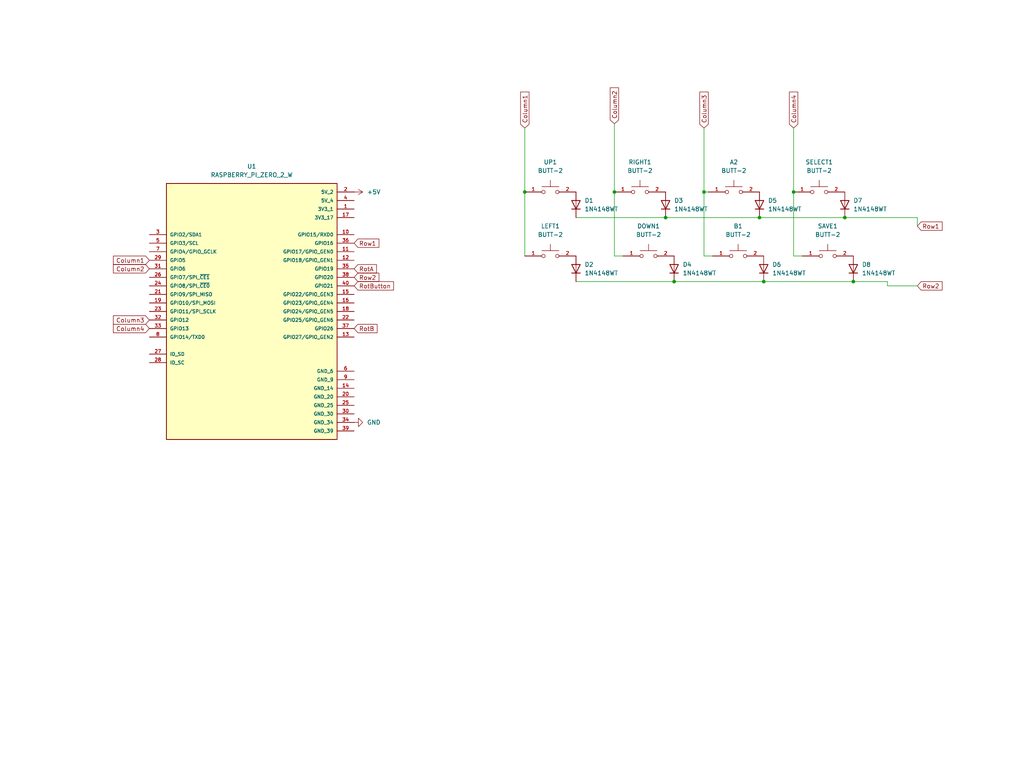
<source format=kicad_sch>
(kicad_sch
	(version 20250114)
	(generator "eeschema")
	(generator_version "9.0")
	(uuid "8679a6be-cf83-4d41-ad6a-2a4a41fadbae")
	(paper "User" 304.8 228.6)
	(lib_symbols
		(symbol "Diode:1N4148WT"
			(pin_numbers
				(hide yes)
			)
			(pin_names
				(hide yes)
			)
			(exclude_from_sim no)
			(in_bom yes)
			(on_board yes)
			(property "Reference" "D"
				(at 0 2.54 0)
				(effects
					(font
						(size 1.27 1.27)
					)
				)
			)
			(property "Value" "1N4148WT"
				(at 0 -2.54 0)
				(effects
					(font
						(size 1.27 1.27)
					)
				)
			)
			(property "Footprint" "Diode_SMD:D_SOD-523"
				(at 0 -4.445 0)
				(effects
					(font
						(size 1.27 1.27)
					)
					(hide yes)
				)
			)
			(property "Datasheet" "https://www.diodes.com/assets/Datasheets/ds30396.pdf"
				(at 0 0 0)
				(effects
					(font
						(size 1.27 1.27)
					)
					(hide yes)
				)
			)
			(property "Description" "75V 0.15A Fast switching Diode, SOD-523"
				(at 0 0 0)
				(effects
					(font
						(size 1.27 1.27)
					)
					(hide yes)
				)
			)
			(property "Sim.Device" "D"
				(at 0 0 0)
				(effects
					(font
						(size 1.27 1.27)
					)
					(hide yes)
				)
			)
			(property "Sim.Pins" "1=K 2=A"
				(at 0 0 0)
				(effects
					(font
						(size 1.27 1.27)
					)
					(hide yes)
				)
			)
			(property "ki_keywords" "diode"
				(at 0 0 0)
				(effects
					(font
						(size 1.27 1.27)
					)
					(hide yes)
				)
			)
			(property "ki_fp_filters" "D*SOD?523*"
				(at 0 0 0)
				(effects
					(font
						(size 1.27 1.27)
					)
					(hide yes)
				)
			)
			(symbol "1N4148WT_0_1"
				(polyline
					(pts
						(xy -1.27 1.27) (xy -1.27 -1.27)
					)
					(stroke
						(width 0.254)
						(type default)
					)
					(fill
						(type none)
					)
				)
				(polyline
					(pts
						(xy 1.27 1.27) (xy 1.27 -1.27) (xy -1.27 0) (xy 1.27 1.27)
					)
					(stroke
						(width 0.254)
						(type default)
					)
					(fill
						(type none)
					)
				)
				(polyline
					(pts
						(xy 1.27 0) (xy -1.27 0)
					)
					(stroke
						(width 0)
						(type default)
					)
					(fill
						(type none)
					)
				)
			)
			(symbol "1N4148WT_1_1"
				(pin passive line
					(at -3.81 0 0)
					(length 2.54)
					(name "K"
						(effects
							(font
								(size 1.27 1.27)
							)
						)
					)
					(number "1"
						(effects
							(font
								(size 1.27 1.27)
							)
						)
					)
				)
				(pin passive line
					(at 3.81 0 180)
					(length 2.54)
					(name "A"
						(effects
							(font
								(size 1.27 1.27)
							)
						)
					)
					(number "2"
						(effects
							(font
								(size 1.27 1.27)
							)
						)
					)
				)
			)
			(embedded_fonts no)
		)
		(symbol "Micro_Button:BUTT-2"
			(pin_names
				(offset 1.016)
			)
			(exclude_from_sim no)
			(in_bom yes)
			(on_board yes)
			(property "Reference" "S"
				(at -5.08 3.81 0)
				(effects
					(font
						(size 1.27 1.27)
					)
					(justify left bottom)
				)
			)
			(property "Value" "BUTT-2"
				(at -5.08 -3.81 0)
				(effects
					(font
						(size 1.27 1.27)
					)
					(justify left bottom)
				)
			)
			(property "Footprint" "BUTT-2:SW_BUTT-2"
				(at 0 0 0)
				(effects
					(font
						(size 1.27 1.27)
					)
					(justify bottom)
					(hide yes)
				)
			)
			(property "Datasheet" ""
				(at 0 0 0)
				(effects
					(font
						(size 1.27 1.27)
					)
					(hide yes)
				)
			)
			(property "Description" ""
				(at 0 0 0)
				(effects
					(font
						(size 1.27 1.27)
					)
					(hide yes)
				)
			)
			(property "MF" "Gravitech"
				(at 0 0 0)
				(effects
					(font
						(size 1.27 1.27)
					)
					(justify bottom)
					(hide yes)
				)
			)
			(property "MAXIMUM_PACKAGE_HEIGHT" "9.5 mm"
				(at 0 0 0)
				(effects
					(font
						(size 1.27 1.27)
					)
					(justify bottom)
					(hide yes)
				)
			)
			(property "Package" "None"
				(at 0 0 0)
				(effects
					(font
						(size 1.27 1.27)
					)
					(justify bottom)
					(hide yes)
				)
			)
			(property "Price" "None"
				(at 0 0 0)
				(effects
					(font
						(size 1.27 1.27)
					)
					(justify bottom)
					(hide yes)
				)
			)
			(property "Check_prices" "https://www.snapeda.com/parts/BUTT-2/Gravitech/view-part/?ref=eda"
				(at 0 0 0)
				(effects
					(font
						(size 1.27 1.27)
					)
					(justify bottom)
					(hide yes)
				)
			)
			(property "STANDARD" "Manufactrer Recommendations"
				(at 0 0 0)
				(effects
					(font
						(size 1.27 1.27)
					)
					(justify bottom)
					(hide yes)
				)
			)
			(property "PARTREV" "N/A"
				(at 0 0 0)
				(effects
					(font
						(size 1.27 1.27)
					)
					(justify bottom)
					(hide yes)
				)
			)
			(property "SnapEDA_Link" "https://www.snapeda.com/parts/BUTT-2/Gravitech/view-part/?ref=snap"
				(at 0 0 0)
				(effects
					(font
						(size 1.27 1.27)
					)
					(justify bottom)
					(hide yes)
				)
			)
			(property "MP" "BUTT-2"
				(at 0 0 0)
				(effects
					(font
						(size 1.27 1.27)
					)
					(justify bottom)
					(hide yes)
				)
			)
			(property "Description_1" "Tactile Switches MINI PUSH BUTTON SWITCH 2-PIN QTY. 4"
				(at 0 0 0)
				(effects
					(font
						(size 1.27 1.27)
					)
					(justify bottom)
					(hide yes)
				)
			)
			(property "Availability" "Not in stock"
				(at 0 0 0)
				(effects
					(font
						(size 1.27 1.27)
					)
					(justify bottom)
					(hide yes)
				)
			)
			(property "MANUFACTURER" "Gravitech"
				(at 0 0 0)
				(effects
					(font
						(size 1.27 1.27)
					)
					(justify bottom)
					(hide yes)
				)
			)
			(symbol "BUTT-2_0_0"
				(polyline
					(pts
						(xy -2.54 1.5875) (xy 0 1.5875)
					)
					(stroke
						(width 0.1524)
						(type default)
					)
					(fill
						(type none)
					)
				)
				(circle
					(center -2.0638 0)
					(radius 0.508)
					(stroke
						(width 0.1524)
						(type default)
					)
					(fill
						(type none)
					)
				)
				(polyline
					(pts
						(xy 0 1.5875) (xy 0 3.4925)
					)
					(stroke
						(width 0.1524)
						(type default)
					)
					(fill
						(type none)
					)
				)
				(polyline
					(pts
						(xy 0 1.5875) (xy 2.54 1.5875)
					)
					(stroke
						(width 0.1524)
						(type default)
					)
					(fill
						(type none)
					)
				)
				(circle
					(center 2.0638 0)
					(radius 0.508)
					(stroke
						(width 0.1524)
						(type default)
					)
					(fill
						(type none)
					)
				)
				(pin passive line
					(at -7.62 0 0)
					(length 5.08)
					(name "~"
						(effects
							(font
								(size 1.016 1.016)
							)
						)
					)
					(number "1"
						(effects
							(font
								(size 1.016 1.016)
							)
						)
					)
				)
				(pin passive line
					(at 7.62 0 180)
					(length 5.08)
					(name "~"
						(effects
							(font
								(size 1.016 1.016)
							)
						)
					)
					(number "2"
						(effects
							(font
								(size 1.016 1.016)
							)
						)
					)
				)
			)
			(embedded_fonts no)
		)
		(symbol "RASPBERRY PI ZERO 2 WH:RASPBERRY_PI_ZERO_2_W"
			(pin_names
				(offset 1.016)
			)
			(exclude_from_sim no)
			(in_bom yes)
			(on_board yes)
			(property "Reference" "U"
				(at -25.42 39.3962 0)
				(effects
					(font
						(size 1.27 1.27)
					)
					(justify left bottom)
				)
			)
			(property "Value" "RASPBERRY_PI_ZERO_2_W"
				(at -25.4191 -40.6687 0)
				(effects
					(font
						(size 1.27 1.27)
					)
					(justify left bottom)
				)
			)
			(property "Footprint" "RASPBERRY_PI_ZERO_2_W:MODULE_RASPBERRY_PI_ZERO_2_W"
				(at 0 0 0)
				(effects
					(font
						(size 1.27 1.27)
					)
					(justify bottom)
					(hide yes)
				)
			)
			(property "Datasheet" ""
				(at 0 0 0)
				(effects
					(font
						(size 1.27 1.27)
					)
					(hide yes)
				)
			)
			(property "Description" ""
				(at 0 0 0)
				(effects
					(font
						(size 1.27 1.27)
					)
					(hide yes)
				)
			)
			(property "MF" "Raspberry Pi"
				(at 0 0 0)
				(effects
					(font
						(size 1.27 1.27)
					)
					(justify bottom)
					(hide yes)
				)
			)
			(property "Description_1" "At the heart of Raspberry Pi Zero 2 W is RP3A0, a custom-built system-in-package designed by Raspberry Pi in the UK."
				(at 0 0 0)
				(effects
					(font
						(size 1.27 1.27)
					)
					(justify bottom)
					(hide yes)
				)
			)
			(property "Package" "None"
				(at 0 0 0)
				(effects
					(font
						(size 1.27 1.27)
					)
					(justify bottom)
					(hide yes)
				)
			)
			(property "Price" "None"
				(at 0 0 0)
				(effects
					(font
						(size 1.27 1.27)
					)
					(justify bottom)
					(hide yes)
				)
			)
			(property "Check_prices" "https://www.snapeda.com/parts/RASPBERRY%20PI%20ZERO%202%20W/Raspberry+Pi/view-part/?ref=eda"
				(at 0 0 0)
				(effects
					(font
						(size 1.27 1.27)
					)
					(justify bottom)
					(hide yes)
				)
			)
			(property "STANDARD" "Manufacturer Recommendations"
				(at 0 0 0)
				(effects
					(font
						(size 1.27 1.27)
					)
					(justify bottom)
					(hide yes)
				)
			)
			(property "PARTREV" "April 2024"
				(at 0 0 0)
				(effects
					(font
						(size 1.27 1.27)
					)
					(justify bottom)
					(hide yes)
				)
			)
			(property "SnapEDA_Link" "https://www.snapeda.com/parts/RASPBERRY%20PI%20ZERO%202%20W/Raspberry+Pi/view-part/?ref=snap"
				(at 0 0 0)
				(effects
					(font
						(size 1.27 1.27)
					)
					(justify bottom)
					(hide yes)
				)
			)
			(property "MP" "RASPBERRY PI ZERO 2 W"
				(at 0 0 0)
				(effects
					(font
						(size 1.27 1.27)
					)
					(justify bottom)
					(hide yes)
				)
			)
			(property "Availability" "In Stock"
				(at 0 0 0)
				(effects
					(font
						(size 1.27 1.27)
					)
					(justify bottom)
					(hide yes)
				)
			)
			(property "MANUFACTURER" "Raspberry Pi"
				(at 0 0 0)
				(effects
					(font
						(size 1.27 1.27)
					)
					(justify bottom)
					(hide yes)
				)
			)
			(symbol "RASPBERRY_PI_ZERO_2_W_0_0"
				(rectangle
					(start -25.4 -38.1)
					(end 25.4 38.1)
					(stroke
						(width 0.254)
						(type default)
					)
					(fill
						(type background)
					)
				)
				(pin bidirectional line
					(at -30.48 22.86 0)
					(length 5.08)
					(name "GPIO2/SDA1"
						(effects
							(font
								(size 1.016 1.016)
							)
						)
					)
					(number "3"
						(effects
							(font
								(size 1.016 1.016)
							)
						)
					)
				)
				(pin bidirectional line
					(at -30.48 20.32 0)
					(length 5.08)
					(name "GPIO3/SCL"
						(effects
							(font
								(size 1.016 1.016)
							)
						)
					)
					(number "5"
						(effects
							(font
								(size 1.016 1.016)
							)
						)
					)
				)
				(pin bidirectional line
					(at -30.48 17.78 0)
					(length 5.08)
					(name "GPIO4/GPIO_GCLK"
						(effects
							(font
								(size 1.016 1.016)
							)
						)
					)
					(number "7"
						(effects
							(font
								(size 1.016 1.016)
							)
						)
					)
				)
				(pin bidirectional line
					(at -30.48 15.24 0)
					(length 5.08)
					(name "GPIO5"
						(effects
							(font
								(size 1.016 1.016)
							)
						)
					)
					(number "29"
						(effects
							(font
								(size 1.016 1.016)
							)
						)
					)
				)
				(pin bidirectional line
					(at -30.48 12.7 0)
					(length 5.08)
					(name "GPIO6"
						(effects
							(font
								(size 1.016 1.016)
							)
						)
					)
					(number "31"
						(effects
							(font
								(size 1.016 1.016)
							)
						)
					)
				)
				(pin bidirectional line
					(at -30.48 10.16 0)
					(length 5.08)
					(name "GPIO7/SPI_~{CE1}"
						(effects
							(font
								(size 1.016 1.016)
							)
						)
					)
					(number "26"
						(effects
							(font
								(size 1.016 1.016)
							)
						)
					)
				)
				(pin bidirectional line
					(at -30.48 7.62 0)
					(length 5.08)
					(name "GPIO8/SPI_~{CE0}"
						(effects
							(font
								(size 1.016 1.016)
							)
						)
					)
					(number "24"
						(effects
							(font
								(size 1.016 1.016)
							)
						)
					)
				)
				(pin bidirectional line
					(at -30.48 5.08 0)
					(length 5.08)
					(name "GPIO9/SPI_MISO"
						(effects
							(font
								(size 1.016 1.016)
							)
						)
					)
					(number "21"
						(effects
							(font
								(size 1.016 1.016)
							)
						)
					)
				)
				(pin bidirectional line
					(at -30.48 2.54 0)
					(length 5.08)
					(name "GPIO10/SPI_MOSI"
						(effects
							(font
								(size 1.016 1.016)
							)
						)
					)
					(number "19"
						(effects
							(font
								(size 1.016 1.016)
							)
						)
					)
				)
				(pin bidirectional line
					(at -30.48 0 0)
					(length 5.08)
					(name "GPIO11/SPI_SCLK"
						(effects
							(font
								(size 1.016 1.016)
							)
						)
					)
					(number "23"
						(effects
							(font
								(size 1.016 1.016)
							)
						)
					)
				)
				(pin bidirectional line
					(at -30.48 -2.54 0)
					(length 5.08)
					(name "GPIO12"
						(effects
							(font
								(size 1.016 1.016)
							)
						)
					)
					(number "32"
						(effects
							(font
								(size 1.016 1.016)
							)
						)
					)
				)
				(pin bidirectional line
					(at -30.48 -5.08 0)
					(length 5.08)
					(name "GPIO13"
						(effects
							(font
								(size 1.016 1.016)
							)
						)
					)
					(number "33"
						(effects
							(font
								(size 1.016 1.016)
							)
						)
					)
				)
				(pin bidirectional line
					(at -30.48 -7.62 0)
					(length 5.08)
					(name "GPIO14/TXD0"
						(effects
							(font
								(size 1.016 1.016)
							)
						)
					)
					(number "8"
						(effects
							(font
								(size 1.016 1.016)
							)
						)
					)
				)
				(pin bidirectional line
					(at -30.48 -12.7 0)
					(length 5.08)
					(name "ID_SD"
						(effects
							(font
								(size 1.016 1.016)
							)
						)
					)
					(number "27"
						(effects
							(font
								(size 1.016 1.016)
							)
						)
					)
				)
				(pin bidirectional line
					(at -30.48 -15.24 0)
					(length 5.08)
					(name "ID_SC"
						(effects
							(font
								(size 1.016 1.016)
							)
						)
					)
					(number "28"
						(effects
							(font
								(size 1.016 1.016)
							)
						)
					)
				)
				(pin power_in line
					(at 30.48 35.56 180)
					(length 5.08)
					(name "5V_2"
						(effects
							(font
								(size 1.016 1.016)
							)
						)
					)
					(number "2"
						(effects
							(font
								(size 1.016 1.016)
							)
						)
					)
				)
				(pin power_in line
					(at 30.48 33.02 180)
					(length 5.08)
					(name "5V_4"
						(effects
							(font
								(size 1.016 1.016)
							)
						)
					)
					(number "4"
						(effects
							(font
								(size 1.016 1.016)
							)
						)
					)
				)
				(pin power_in line
					(at 30.48 30.48 180)
					(length 5.08)
					(name "3V3_1"
						(effects
							(font
								(size 1.016 1.016)
							)
						)
					)
					(number "1"
						(effects
							(font
								(size 1.016 1.016)
							)
						)
					)
				)
				(pin power_in line
					(at 30.48 27.94 180)
					(length 5.08)
					(name "3V3_17"
						(effects
							(font
								(size 1.016 1.016)
							)
						)
					)
					(number "17"
						(effects
							(font
								(size 1.016 1.016)
							)
						)
					)
				)
				(pin bidirectional line
					(at 30.48 22.86 180)
					(length 5.08)
					(name "GPIO15/RXD0"
						(effects
							(font
								(size 1.016 1.016)
							)
						)
					)
					(number "10"
						(effects
							(font
								(size 1.016 1.016)
							)
						)
					)
				)
				(pin bidirectional line
					(at 30.48 20.32 180)
					(length 5.08)
					(name "GPIO16"
						(effects
							(font
								(size 1.016 1.016)
							)
						)
					)
					(number "36"
						(effects
							(font
								(size 1.016 1.016)
							)
						)
					)
				)
				(pin bidirectional line
					(at 30.48 17.78 180)
					(length 5.08)
					(name "GPIO17/GPIO_GEN0"
						(effects
							(font
								(size 1.016 1.016)
							)
						)
					)
					(number "11"
						(effects
							(font
								(size 1.016 1.016)
							)
						)
					)
				)
				(pin bidirectional line
					(at 30.48 15.24 180)
					(length 5.08)
					(name "GPIO18/GPIO_GEN1"
						(effects
							(font
								(size 1.016 1.016)
							)
						)
					)
					(number "12"
						(effects
							(font
								(size 1.016 1.016)
							)
						)
					)
				)
				(pin bidirectional line
					(at 30.48 12.7 180)
					(length 5.08)
					(name "GPIO19"
						(effects
							(font
								(size 1.016 1.016)
							)
						)
					)
					(number "35"
						(effects
							(font
								(size 1.016 1.016)
							)
						)
					)
				)
				(pin bidirectional line
					(at 30.48 10.16 180)
					(length 5.08)
					(name "GPIO20"
						(effects
							(font
								(size 1.016 1.016)
							)
						)
					)
					(number "38"
						(effects
							(font
								(size 1.016 1.016)
							)
						)
					)
				)
				(pin bidirectional line
					(at 30.48 7.62 180)
					(length 5.08)
					(name "GPIO21"
						(effects
							(font
								(size 1.016 1.016)
							)
						)
					)
					(number "40"
						(effects
							(font
								(size 1.016 1.016)
							)
						)
					)
				)
				(pin bidirectional line
					(at 30.48 5.08 180)
					(length 5.08)
					(name "GPIO22/GPIO_GEN3"
						(effects
							(font
								(size 1.016 1.016)
							)
						)
					)
					(number "15"
						(effects
							(font
								(size 1.016 1.016)
							)
						)
					)
				)
				(pin bidirectional line
					(at 30.48 2.54 180)
					(length 5.08)
					(name "GPIO23/GPIO_GEN4"
						(effects
							(font
								(size 1.016 1.016)
							)
						)
					)
					(number "16"
						(effects
							(font
								(size 1.016 1.016)
							)
						)
					)
				)
				(pin bidirectional line
					(at 30.48 0 180)
					(length 5.08)
					(name "GPIO24/GPIO_GEN5"
						(effects
							(font
								(size 1.016 1.016)
							)
						)
					)
					(number "18"
						(effects
							(font
								(size 1.016 1.016)
							)
						)
					)
				)
				(pin bidirectional line
					(at 30.48 -2.54 180)
					(length 5.08)
					(name "GPIO25/GPIO_GEN6"
						(effects
							(font
								(size 1.016 1.016)
							)
						)
					)
					(number "22"
						(effects
							(font
								(size 1.016 1.016)
							)
						)
					)
				)
				(pin bidirectional line
					(at 30.48 -5.08 180)
					(length 5.08)
					(name "GPIO26"
						(effects
							(font
								(size 1.016 1.016)
							)
						)
					)
					(number "37"
						(effects
							(font
								(size 1.016 1.016)
							)
						)
					)
				)
				(pin bidirectional line
					(at 30.48 -7.62 180)
					(length 5.08)
					(name "GPIO27/GPIO_GEN2"
						(effects
							(font
								(size 1.016 1.016)
							)
						)
					)
					(number "13"
						(effects
							(font
								(size 1.016 1.016)
							)
						)
					)
				)
				(pin power_in line
					(at 30.48 -17.78 180)
					(length 5.08)
					(name "GND_6"
						(effects
							(font
								(size 1.016 1.016)
							)
						)
					)
					(number "6"
						(effects
							(font
								(size 1.016 1.016)
							)
						)
					)
				)
				(pin power_in line
					(at 30.48 -20.32 180)
					(length 5.08)
					(name "GND_9"
						(effects
							(font
								(size 1.016 1.016)
							)
						)
					)
					(number "9"
						(effects
							(font
								(size 1.016 1.016)
							)
						)
					)
				)
				(pin power_in line
					(at 30.48 -22.86 180)
					(length 5.08)
					(name "GND_14"
						(effects
							(font
								(size 1.016 1.016)
							)
						)
					)
					(number "14"
						(effects
							(font
								(size 1.016 1.016)
							)
						)
					)
				)
				(pin power_in line
					(at 30.48 -25.4 180)
					(length 5.08)
					(name "GND_20"
						(effects
							(font
								(size 1.016 1.016)
							)
						)
					)
					(number "20"
						(effects
							(font
								(size 1.016 1.016)
							)
						)
					)
				)
				(pin power_in line
					(at 30.48 -27.94 180)
					(length 5.08)
					(name "GND_25"
						(effects
							(font
								(size 1.016 1.016)
							)
						)
					)
					(number "25"
						(effects
							(font
								(size 1.016 1.016)
							)
						)
					)
				)
				(pin power_in line
					(at 30.48 -30.48 180)
					(length 5.08)
					(name "GND_30"
						(effects
							(font
								(size 1.016 1.016)
							)
						)
					)
					(number "30"
						(effects
							(font
								(size 1.016 1.016)
							)
						)
					)
				)
				(pin power_in line
					(at 30.48 -33.02 180)
					(length 5.08)
					(name "GND_34"
						(effects
							(font
								(size 1.016 1.016)
							)
						)
					)
					(number "34"
						(effects
							(font
								(size 1.016 1.016)
							)
						)
					)
				)
				(pin power_in line
					(at 30.48 -35.56 180)
					(length 5.08)
					(name "GND_39"
						(effects
							(font
								(size 1.016 1.016)
							)
						)
					)
					(number "39"
						(effects
							(font
								(size 1.016 1.016)
							)
						)
					)
				)
			)
			(embedded_fonts no)
		)
		(symbol "power:+5V"
			(power)
			(pin_numbers
				(hide yes)
			)
			(pin_names
				(offset 0)
				(hide yes)
			)
			(exclude_from_sim no)
			(in_bom yes)
			(on_board yes)
			(property "Reference" "#PWR"
				(at 0 -3.81 0)
				(effects
					(font
						(size 1.27 1.27)
					)
					(hide yes)
				)
			)
			(property "Value" "+5V"
				(at 0 3.556 0)
				(effects
					(font
						(size 1.27 1.27)
					)
				)
			)
			(property "Footprint" ""
				(at 0 0 0)
				(effects
					(font
						(size 1.27 1.27)
					)
					(hide yes)
				)
			)
			(property "Datasheet" ""
				(at 0 0 0)
				(effects
					(font
						(size 1.27 1.27)
					)
					(hide yes)
				)
			)
			(property "Description" "Power symbol creates a global label with name \"+5V\""
				(at 0 0 0)
				(effects
					(font
						(size 1.27 1.27)
					)
					(hide yes)
				)
			)
			(property "ki_keywords" "global power"
				(at 0 0 0)
				(effects
					(font
						(size 1.27 1.27)
					)
					(hide yes)
				)
			)
			(symbol "+5V_0_1"
				(polyline
					(pts
						(xy -0.762 1.27) (xy 0 2.54)
					)
					(stroke
						(width 0)
						(type default)
					)
					(fill
						(type none)
					)
				)
				(polyline
					(pts
						(xy 0 2.54) (xy 0.762 1.27)
					)
					(stroke
						(width 0)
						(type default)
					)
					(fill
						(type none)
					)
				)
				(polyline
					(pts
						(xy 0 0) (xy 0 2.54)
					)
					(stroke
						(width 0)
						(type default)
					)
					(fill
						(type none)
					)
				)
			)
			(symbol "+5V_1_1"
				(pin power_in line
					(at 0 0 90)
					(length 0)
					(name "~"
						(effects
							(font
								(size 1.27 1.27)
							)
						)
					)
					(number "1"
						(effects
							(font
								(size 1.27 1.27)
							)
						)
					)
				)
			)
			(embedded_fonts no)
		)
		(symbol "power:GND"
			(power)
			(pin_numbers
				(hide yes)
			)
			(pin_names
				(offset 0)
				(hide yes)
			)
			(exclude_from_sim no)
			(in_bom yes)
			(on_board yes)
			(property "Reference" "#PWR"
				(at 0 -6.35 0)
				(effects
					(font
						(size 1.27 1.27)
					)
					(hide yes)
				)
			)
			(property "Value" "GND"
				(at 0 -3.81 0)
				(effects
					(font
						(size 1.27 1.27)
					)
				)
			)
			(property "Footprint" ""
				(at 0 0 0)
				(effects
					(font
						(size 1.27 1.27)
					)
					(hide yes)
				)
			)
			(property "Datasheet" ""
				(at 0 0 0)
				(effects
					(font
						(size 1.27 1.27)
					)
					(hide yes)
				)
			)
			(property "Description" "Power symbol creates a global label with name \"GND\" , ground"
				(at 0 0 0)
				(effects
					(font
						(size 1.27 1.27)
					)
					(hide yes)
				)
			)
			(property "ki_keywords" "global power"
				(at 0 0 0)
				(effects
					(font
						(size 1.27 1.27)
					)
					(hide yes)
				)
			)
			(symbol "GND_0_1"
				(polyline
					(pts
						(xy 0 0) (xy 0 -1.27) (xy 1.27 -1.27) (xy 0 -2.54) (xy -1.27 -1.27) (xy 0 -1.27)
					)
					(stroke
						(width 0)
						(type default)
					)
					(fill
						(type none)
					)
				)
			)
			(symbol "GND_1_1"
				(pin power_in line
					(at 0 0 270)
					(length 0)
					(name "~"
						(effects
							(font
								(size 1.27 1.27)
							)
						)
					)
					(number "1"
						(effects
							(font
								(size 1.27 1.27)
							)
						)
					)
				)
			)
			(embedded_fonts no)
		)
	)
	(junction
		(at 200.66 83.82)
		(diameter 0)
		(color 0 0 0 0)
		(uuid "06d80ba6-eadb-41e8-b890-74fb78e5192a")
	)
	(junction
		(at 236.22 57.15)
		(diameter 0)
		(color 0 0 0 0)
		(uuid "2dc40a6f-1969-4f29-87f7-6db5a92e0274")
	)
	(junction
		(at 198.12 64.77)
		(diameter 0)
		(color 0 0 0 0)
		(uuid "59a58201-a10c-4cc9-8e5a-5af13e025283")
	)
	(junction
		(at 254 83.82)
		(diameter 0)
		(color 0 0 0 0)
		(uuid "660c468f-e416-4f0b-97df-91748ad0e5ba")
	)
	(junction
		(at 182.88 57.15)
		(diameter 0)
		(color 0 0 0 0)
		(uuid "82c3ad77-f59e-4016-96d1-eccba56b54b1")
	)
	(junction
		(at 227.33 83.82)
		(diameter 0)
		(color 0 0 0 0)
		(uuid "838bb2e4-27a1-4ff4-b2c2-cffe11e38a32")
	)
	(junction
		(at 226.06 64.77)
		(diameter 0)
		(color 0 0 0 0)
		(uuid "9eb1e584-157e-4d03-8a73-8f5ed2caa4c1")
	)
	(junction
		(at 156.21 57.15)
		(diameter 0)
		(color 0 0 0 0)
		(uuid "a8364684-6122-473a-9c45-52c2e1220538")
	)
	(junction
		(at 251.46 64.77)
		(diameter 0)
		(color 0 0 0 0)
		(uuid "c621d786-9ee0-47d8-a39c-c782ec98f750")
	)
	(junction
		(at 209.55 57.15)
		(diameter 0)
		(color 0 0 0 0)
		(uuid "e2756541-38a9-4904-a244-272ec5e77272")
	)
	(wire
		(pts
			(xy 198.12 64.77) (xy 226.06 64.77)
		)
		(stroke
			(width 0)
			(type default)
		)
		(uuid "10597c9b-637a-4308-a179-177f56da56b0")
	)
	(wire
		(pts
			(xy 236.22 57.15) (xy 236.22 76.2)
		)
		(stroke
			(width 0)
			(type default)
		)
		(uuid "12afd57b-8d0f-494d-96ae-aa828f26e9b5")
	)
	(wire
		(pts
			(xy 156.21 38.1) (xy 156.21 57.15)
		)
		(stroke
			(width 0)
			(type default)
		)
		(uuid "27914fdc-f9a0-45e2-8034-04a5d377ce23")
	)
	(wire
		(pts
			(xy 227.33 83.82) (xy 254 83.82)
		)
		(stroke
			(width 0)
			(type default)
		)
		(uuid "3e7ac1a6-42d2-4d34-990b-d2c3e1136631")
	)
	(wire
		(pts
			(xy 236.22 38.1) (xy 236.22 57.15)
		)
		(stroke
			(width 0)
			(type default)
		)
		(uuid "3f3f7278-0f12-4258-a0fc-9c6504d86e81")
	)
	(wire
		(pts
			(xy 251.46 64.77) (xy 273.05 64.77)
		)
		(stroke
			(width 0)
			(type default)
		)
		(uuid "4341bb9e-0475-41c0-a345-22db4ef9e81a")
	)
	(wire
		(pts
			(xy 226.06 64.77) (xy 251.46 64.77)
		)
		(stroke
			(width 0)
			(type default)
		)
		(uuid "46b17521-cbb5-46d0-852d-22a9de38eca9")
	)
	(wire
		(pts
			(xy 200.66 83.82) (xy 227.33 83.82)
		)
		(stroke
			(width 0)
			(type default)
		)
		(uuid "46dc179a-9852-4421-a7ef-3bef4824bf2c")
	)
	(wire
		(pts
			(xy 264.16 85.09) (xy 273.05 85.09)
		)
		(stroke
			(width 0)
			(type default)
		)
		(uuid "4e5d635d-7657-42de-810a-d5052fb3a366")
	)
	(wire
		(pts
			(xy 171.45 83.82) (xy 200.66 83.82)
		)
		(stroke
			(width 0)
			(type default)
		)
		(uuid "525f628f-99a0-4bd4-b979-77d474f11c13")
	)
	(wire
		(pts
			(xy 236.22 76.2) (xy 238.76 76.2)
		)
		(stroke
			(width 0)
			(type default)
		)
		(uuid "52e9a0a1-5794-4921-b4bc-234b3fb8ee17")
	)
	(wire
		(pts
			(xy 171.45 64.77) (xy 198.12 64.77)
		)
		(stroke
			(width 0)
			(type default)
		)
		(uuid "62b1259b-93c8-4813-a8cc-bdb65e5e2bc7")
	)
	(wire
		(pts
			(xy 254 83.82) (xy 264.16 83.82)
		)
		(stroke
			(width 0)
			(type default)
		)
		(uuid "8191069f-4b81-4c82-b0a7-01892511585c")
	)
	(wire
		(pts
			(xy 182.88 36.83) (xy 182.88 57.15)
		)
		(stroke
			(width 0)
			(type default)
		)
		(uuid "8e794a46-0956-44b6-92a5-4b0e343b9a9d")
	)
	(wire
		(pts
			(xy 264.16 83.82) (xy 264.16 85.09)
		)
		(stroke
			(width 0)
			(type default)
		)
		(uuid "9e0ea9a1-e2d4-45a5-b59e-81b518ad75b1")
	)
	(wire
		(pts
			(xy 182.88 76.2) (xy 185.42 76.2)
		)
		(stroke
			(width 0)
			(type default)
		)
		(uuid "b33461e2-44db-4268-b31f-b787d3b794a4")
	)
	(wire
		(pts
			(xy 273.05 64.77) (xy 273.05 67.31)
		)
		(stroke
			(width 0)
			(type default)
		)
		(uuid "b37ab8c3-8110-4bb1-be52-87fbdcb0e7a5")
	)
	(wire
		(pts
			(xy 209.55 57.15) (xy 209.55 76.2)
		)
		(stroke
			(width 0)
			(type default)
		)
		(uuid "bf847ba7-21b1-4ae7-a359-946b2d7bcbd7")
	)
	(wire
		(pts
			(xy 209.55 76.2) (xy 212.09 76.2)
		)
		(stroke
			(width 0)
			(type default)
		)
		(uuid "c25edcd4-48e0-4696-baf0-2370494b900c")
	)
	(wire
		(pts
			(xy 182.88 57.15) (xy 182.88 76.2)
		)
		(stroke
			(width 0)
			(type default)
		)
		(uuid "d842977e-3ac1-4711-a2e2-76633fd61eac")
	)
	(wire
		(pts
			(xy 209.55 38.1) (xy 209.55 57.15)
		)
		(stroke
			(width 0)
			(type default)
		)
		(uuid "e8d6a890-44c7-4cee-bd95-36fa536066f4")
	)
	(wire
		(pts
			(xy 209.55 57.15) (xy 210.82 57.15)
		)
		(stroke
			(width 0)
			(type default)
		)
		(uuid "edc66684-3b97-44e6-b5a3-1a004b83ab05")
	)
	(wire
		(pts
			(xy 156.21 57.15) (xy 156.21 76.2)
		)
		(stroke
			(width 0)
			(type default)
		)
		(uuid "f1e0f68c-af75-49f6-b31d-b1b621dec920")
	)
	(global_label "Column1"
		(shape input)
		(at 156.21 38.1 90)
		(fields_autoplaced yes)
		(effects
			(font
				(size 1.27 1.27)
			)
			(justify left)
		)
		(uuid "1252084a-3bbc-4be0-b6ac-9bbc34e6d0df")
		(property "Intersheetrefs" "${INTERSHEET_REFS}"
			(at 156.21 26.8298 90)
			(effects
				(font
					(size 1.27 1.27)
				)
				(justify left)
				(hide yes)
			)
		)
	)
	(global_label "Column3"
		(shape input)
		(at 209.55 38.1 90)
		(fields_autoplaced yes)
		(effects
			(font
				(size 1.27 1.27)
			)
			(justify left)
		)
		(uuid "14734361-a7a3-40f6-85b0-906f5764e57f")
		(property "Intersheetrefs" "${INTERSHEET_REFS}"
			(at 209.55 26.8298 90)
			(effects
				(font
					(size 1.27 1.27)
				)
				(justify left)
				(hide yes)
			)
		)
	)
	(global_label "Column4"
		(shape input)
		(at 44.45 97.79 180)
		(fields_autoplaced yes)
		(effects
			(font
				(size 1.27 1.27)
			)
			(justify right)
		)
		(uuid "1f5b0f9e-386b-49bd-b63a-46fbe5bac483")
		(property "Intersheetrefs" "${INTERSHEET_REFS}"
			(at 33.1798 97.79 0)
			(effects
				(font
					(size 1.27 1.27)
				)
				(justify right)
				(hide yes)
			)
		)
	)
	(global_label "Row1"
		(shape input)
		(at 273.05 67.31 0)
		(fields_autoplaced yes)
		(effects
			(font
				(size 1.27 1.27)
			)
			(justify left)
		)
		(uuid "23eb1322-5200-472e-828f-a3c844ec89a0")
		(property "Intersheetrefs" "${INTERSHEET_REFS}"
			(at 280.9942 67.31 0)
			(effects
				(font
					(size 1.27 1.27)
				)
				(justify left)
				(hide yes)
			)
		)
	)
	(global_label "Row1"
		(shape input)
		(at 105.41 72.39 0)
		(fields_autoplaced yes)
		(effects
			(font
				(size 1.27 1.27)
			)
			(justify left)
		)
		(uuid "2632f35a-8684-4644-b8fb-cb2192589dc4")
		(property "Intersheetrefs" "${INTERSHEET_REFS}"
			(at 113.3542 72.39 0)
			(effects
				(font
					(size 1.27 1.27)
				)
				(justify left)
				(hide yes)
			)
		)
		(property "Netclass" ""
			(at 105.41 74.5808 0)
			(effects
				(font
					(size 1.27 1.27)
				)
				(justify left)
				(hide yes)
			)
		)
	)
	(global_label "Column4"
		(shape input)
		(at 236.22 38.1 90)
		(fields_autoplaced yes)
		(effects
			(font
				(size 1.27 1.27)
			)
			(justify left)
		)
		(uuid "38d40e4b-fb5b-4ba9-bd31-c53a80fbd8b4")
		(property "Intersheetrefs" "${INTERSHEET_REFS}"
			(at 236.22 26.8298 90)
			(effects
				(font
					(size 1.27 1.27)
				)
				(justify left)
				(hide yes)
			)
		)
	)
	(global_label "Column2"
		(shape input)
		(at 182.88 36.83 90)
		(fields_autoplaced yes)
		(effects
			(font
				(size 1.27 1.27)
			)
			(justify left)
		)
		(uuid "5676bb66-e7f3-4c25-9f48-403ab9e378f9")
		(property "Intersheetrefs" "${INTERSHEET_REFS}"
			(at 182.88 25.5598 90)
			(effects
				(font
					(size 1.27 1.27)
				)
				(justify left)
				(hide yes)
			)
		)
	)
	(global_label "Row2"
		(shape input)
		(at 273.05 85.09 0)
		(fields_autoplaced yes)
		(effects
			(font
				(size 1.27 1.27)
			)
			(justify left)
		)
		(uuid "59758f3f-888e-4281-a555-7a392a045c9b")
		(property "Intersheetrefs" "${INTERSHEET_REFS}"
			(at 280.9942 85.09 0)
			(effects
				(font
					(size 1.27 1.27)
				)
				(justify left)
				(hide yes)
			)
		)
	)
	(global_label "Column1"
		(shape input)
		(at 44.45 77.47 180)
		(fields_autoplaced yes)
		(effects
			(font
				(size 1.27 1.27)
			)
			(justify right)
		)
		(uuid "74cf44bd-77f0-4d14-ace4-9cd2fad77653")
		(property "Intersheetrefs" "${INTERSHEET_REFS}"
			(at 33.1798 77.47 0)
			(effects
				(font
					(size 1.27 1.27)
				)
				(justify right)
				(hide yes)
			)
		)
	)
	(global_label "RotButton"
		(shape input)
		(at 105.41 85.09 0)
		(fields_autoplaced yes)
		(effects
			(font
				(size 1.27 1.27)
			)
			(justify left)
		)
		(uuid "8c93b636-8156-479d-8dad-21e5d4640f85")
		(property "Intersheetrefs" "${INTERSHEET_REFS}"
			(at 117.7083 85.09 0)
			(effects
				(font
					(size 1.27 1.27)
				)
				(justify left)
				(hide yes)
			)
		)
	)
	(global_label "Column3"
		(shape input)
		(at 44.45 95.25 180)
		(fields_autoplaced yes)
		(effects
			(font
				(size 1.27 1.27)
			)
			(justify right)
		)
		(uuid "8eb008c6-4f88-40a7-b780-be03c3376536")
		(property "Intersheetrefs" "${INTERSHEET_REFS}"
			(at 33.1798 95.25 0)
			(effects
				(font
					(size 1.27 1.27)
				)
				(justify right)
				(hide yes)
			)
		)
	)
	(global_label "Row2"
		(shape input)
		(at 105.41 82.55 0)
		(fields_autoplaced yes)
		(effects
			(font
				(size 1.27 1.27)
			)
			(justify left)
		)
		(uuid "94eb9c13-cf24-4a3b-babb-32e62ee036b1")
		(property "Intersheetrefs" "${INTERSHEET_REFS}"
			(at 113.3542 82.55 0)
			(effects
				(font
					(size 1.27 1.27)
				)
				(justify left)
				(hide yes)
			)
		)
	)
	(global_label "Column2"
		(shape input)
		(at 44.45 80.01 180)
		(fields_autoplaced yes)
		(effects
			(font
				(size 1.27 1.27)
			)
			(justify right)
		)
		(uuid "a5430f03-7641-4973-91ac-7702c0a63d5d")
		(property "Intersheetrefs" "${INTERSHEET_REFS}"
			(at 33.1798 80.01 0)
			(effects
				(font
					(size 1.27 1.27)
				)
				(justify right)
				(hide yes)
			)
		)
	)
	(global_label "RotB"
		(shape input)
		(at 105.41 97.79 0)
		(fields_autoplaced yes)
		(effects
			(font
				(size 1.27 1.27)
			)
			(justify left)
		)
		(uuid "a8a28544-a782-4d61-92db-4f030a91964b")
		(property "Intersheetrefs" "${INTERSHEET_REFS}"
			(at 112.8099 97.79 0)
			(effects
				(font
					(size 1.27 1.27)
				)
				(justify left)
				(hide yes)
			)
		)
	)
	(global_label "RotA"
		(shape input)
		(at 105.41 80.01 0)
		(fields_autoplaced yes)
		(effects
			(font
				(size 1.27 1.27)
			)
			(justify left)
		)
		(uuid "af263d4c-a890-431a-b6f4-fef1b28ceeca")
		(property "Intersheetrefs" "${INTERSHEET_REFS}"
			(at 112.6285 80.01 0)
			(effects
				(font
					(size 1.27 1.27)
				)
				(justify left)
				(hide yes)
			)
		)
	)
	(symbol
		(lib_id "power:GND")
		(at 105.41 125.73 90)
		(unit 1)
		(exclude_from_sim no)
		(in_bom yes)
		(on_board yes)
		(dnp no)
		(fields_autoplaced yes)
		(uuid "02715041-81d2-41a8-9765-3c25636796db")
		(property "Reference" "#PWR01"
			(at 111.76 125.73 0)
			(effects
				(font
					(size 1.27 1.27)
				)
				(hide yes)
			)
		)
		(property "Value" "GND"
			(at 109.22 125.7299 90)
			(effects
				(font
					(size 1.27 1.27)
				)
				(justify right)
			)
		)
		(property "Footprint" ""
			(at 105.41 125.73 0)
			(effects
				(font
					(size 1.27 1.27)
				)
				(hide yes)
			)
		)
		(property "Datasheet" ""
			(at 105.41 125.73 0)
			(effects
				(font
					(size 1.27 1.27)
				)
				(hide yes)
			)
		)
		(property "Description" "Power symbol creates a global label with name \"GND\" , ground"
			(at 105.41 125.73 0)
			(effects
				(font
					(size 1.27 1.27)
				)
				(hide yes)
			)
		)
		(pin "1"
			(uuid "e8095cff-ca61-4214-ac8a-5773bb3b917b")
		)
		(instances
			(project ""
				(path "/8679a6be-cf83-4d41-ad6a-2a4a41fadbae"
					(reference "#PWR01")
					(unit 1)
				)
			)
		)
	)
	(symbol
		(lib_id "Diode:1N4148WT")
		(at 198.12 60.96 90)
		(unit 1)
		(exclude_from_sim no)
		(in_bom yes)
		(on_board yes)
		(dnp no)
		(fields_autoplaced yes)
		(uuid "08219e57-e66c-406f-9676-d332320c2d99")
		(property "Reference" "D3"
			(at 200.66 59.6899 90)
			(effects
				(font
					(size 1.27 1.27)
				)
				(justify right)
			)
		)
		(property "Value" "1N4148WT"
			(at 200.66 62.2299 90)
			(effects
				(font
					(size 1.27 1.27)
				)
				(justify right)
			)
		)
		(property "Footprint" "Diode_SMD:D_SOD-523"
			(at 202.565 60.96 0)
			(effects
				(font
					(size 1.27 1.27)
				)
				(hide yes)
			)
		)
		(property "Datasheet" "https://www.diodes.com/assets/Datasheets/ds30396.pdf"
			(at 198.12 60.96 0)
			(effects
				(font
					(size 1.27 1.27)
				)
				(hide yes)
			)
		)
		(property "Description" "75V 0.15A Fast switching Diode, SOD-523"
			(at 198.12 60.96 0)
			(effects
				(font
					(size 1.27 1.27)
				)
				(hide yes)
			)
		)
		(property "Sim.Device" "D"
			(at 198.12 60.96 0)
			(effects
				(font
					(size 1.27 1.27)
				)
				(hide yes)
			)
		)
		(property "Sim.Pins" "1=K 2=A"
			(at 198.12 60.96 0)
			(effects
				(font
					(size 1.27 1.27)
				)
				(hide yes)
			)
		)
		(pin "1"
			(uuid "149807e2-8292-4a52-aaa8-3899645363c9")
		)
		(pin "2"
			(uuid "ec98b38d-e11e-4a12-9db3-a5d2e0cc15bd")
		)
		(instances
			(project ""
				(path "/8679a6be-cf83-4d41-ad6a-2a4a41fadbae"
					(reference "D3")
					(unit 1)
				)
			)
		)
	)
	(symbol
		(lib_id "RASPBERRY PI ZERO 2 WH:RASPBERRY_PI_ZERO_2_W")
		(at 74.93 92.71 0)
		(unit 1)
		(exclude_from_sim no)
		(in_bom yes)
		(on_board yes)
		(dnp no)
		(fields_autoplaced yes)
		(uuid "08dd3e19-97e5-46df-a33d-24dd42f22b02")
		(property "Reference" "U1"
			(at 74.93 49.53 0)
			(effects
				(font
					(size 1.27 1.27)
				)
			)
		)
		(property "Value" "RASPBERRY_PI_ZERO_2_W"
			(at 74.93 52.07 0)
			(effects
				(font
					(size 1.27 1.27)
				)
			)
		)
		(property "Footprint" "RASPBERRY PI ZERO 2 W:MODULE_RASPBERRY_PI_ZERO_2_W"
			(at 74.93 92.71 0)
			(effects
				(font
					(size 1.27 1.27)
				)
				(justify bottom)
				(hide yes)
			)
		)
		(property "Datasheet" ""
			(at 74.93 92.71 0)
			(effects
				(font
					(size 1.27 1.27)
				)
				(hide yes)
			)
		)
		(property "Description" ""
			(at 74.93 92.71 0)
			(effects
				(font
					(size 1.27 1.27)
				)
				(hide yes)
			)
		)
		(property "MF" "Raspberry Pi"
			(at 74.93 92.71 0)
			(effects
				(font
					(size 1.27 1.27)
				)
				(justify bottom)
				(hide yes)
			)
		)
		(property "Description_1" "At the heart of Raspberry Pi Zero 2 W is RP3A0, a custom-built system-in-package designed by Raspberry Pi in the UK."
			(at 74.93 92.71 0)
			(effects
				(font
					(size 1.27 1.27)
				)
				(justify bottom)
				(hide yes)
			)
		)
		(property "Package" "None"
			(at 74.93 92.71 0)
			(effects
				(font
					(size 1.27 1.27)
				)
				(justify bottom)
				(hide yes)
			)
		)
		(property "Price" "None"
			(at 74.93 92.71 0)
			(effects
				(font
					(size 1.27 1.27)
				)
				(justify bottom)
				(hide yes)
			)
		)
		(property "Check_prices" "https://www.snapeda.com/parts/RASPBERRY%20PI%20ZERO%202%20W/Raspberry+Pi/view-part/?ref=eda"
			(at 74.93 92.71 0)
			(effects
				(font
					(size 1.27 1.27)
				)
				(justify bottom)
				(hide yes)
			)
		)
		(property "STANDARD" "Manufacturer Recommendations"
			(at 74.93 92.71 0)
			(effects
				(font
					(size 1.27 1.27)
				)
				(justify bottom)
				(hide yes)
			)
		)
		(property "PARTREV" "April 2024"
			(at 74.93 92.71 0)
			(effects
				(font
					(size 1.27 1.27)
				)
				(justify bottom)
				(hide yes)
			)
		)
		(property "SnapEDA_Link" "https://www.snapeda.com/parts/RASPBERRY%20PI%20ZERO%202%20W/Raspberry+Pi/view-part/?ref=snap"
			(at 74.93 92.71 0)
			(effects
				(font
					(size 1.27 1.27)
				)
				(justify bottom)
				(hide yes)
			)
		)
		(property "MP" "RASPBERRY PI ZERO 2 W"
			(at 74.93 92.71 0)
			(effects
				(font
					(size 1.27 1.27)
				)
				(justify bottom)
				(hide yes)
			)
		)
		(property "Availability" "In Stock"
			(at 74.93 92.71 0)
			(effects
				(font
					(size 1.27 1.27)
				)
				(justify bottom)
				(hide yes)
			)
		)
		(property "MANUFACTURER" "Raspberry Pi"
			(at 74.93 92.71 0)
			(effects
				(font
					(size 1.27 1.27)
				)
				(justify bottom)
				(hide yes)
			)
		)
		(pin "5"
			(uuid "628574e2-7771-4cb4-ba95-27ba09499cd1")
		)
		(pin "11"
			(uuid "63f0f8cf-205a-4895-bb3b-0014be25a634")
		)
		(pin "38"
			(uuid "74f21238-896d-4ffa-990b-4cf95e4f82cd")
		)
		(pin "19"
			(uuid "921b72df-4700-4d16-a764-5ab6b36cb480")
		)
		(pin "7"
			(uuid "67849d56-4b96-4e6d-aedc-a88d776b4d2b")
		)
		(pin "32"
			(uuid "81c9defe-fce5-4bad-9dc6-cd436893009d")
		)
		(pin "10"
			(uuid "2236a2f6-8c2a-450b-9c2d-9a12f6e7a099")
		)
		(pin "36"
			(uuid "9c9c49be-b8de-42f1-959c-3c3a903b41e4")
		)
		(pin "12"
			(uuid "0720a910-72ee-4cf5-8be0-cbe3a6e32e5b")
		)
		(pin "3"
			(uuid "a15127d7-3566-4327-9592-d70f0d5ca498")
		)
		(pin "23"
			(uuid "f278dc1e-e671-4923-bcb3-c23e36d900c7")
		)
		(pin "33"
			(uuid "878073c6-73cb-4bb7-8875-4084a3b5be69")
		)
		(pin "29"
			(uuid "680e3ef7-db25-45f0-85d6-b006c34681b1")
		)
		(pin "31"
			(uuid "b68d9b62-5dc6-42a6-9452-cb325057739f")
		)
		(pin "24"
			(uuid "2be5c6cd-eb23-4460-acd9-20ae7e6d62d2")
		)
		(pin "8"
			(uuid "d145d9b3-74b0-4c1d-b94c-a7656506b4a7")
		)
		(pin "28"
			(uuid "bb21dd30-8b08-4fc1-8d2e-0807558ecba6")
		)
		(pin "4"
			(uuid "75488dac-6212-4e65-8d29-c1450954313a")
		)
		(pin "26"
			(uuid "b8fec07d-99e9-4fb9-ad4b-5ca069698717")
		)
		(pin "1"
			(uuid "7b58fbf8-5226-47df-a50a-3a42e3dbd5bd")
		)
		(pin "27"
			(uuid "8363469b-d3c6-4179-994d-4f14966f3a88")
		)
		(pin "21"
			(uuid "5334a07e-30a7-4073-b9c7-97d807aca128")
		)
		(pin "2"
			(uuid "82a9f475-7c57-443e-adb5-18d77008fa39")
		)
		(pin "17"
			(uuid "09325f83-0585-4769-a3ea-53ba3e1f0192")
		)
		(pin "35"
			(uuid "17ba9c89-65a2-452c-a130-696ec91c1e1a")
		)
		(pin "40"
			(uuid "08e7170e-9550-4a1c-ad43-127b62a8c44f")
		)
		(pin "6"
			(uuid "bf595863-91d1-46c5-9401-80eb5e0a4464")
		)
		(pin "14"
			(uuid "f328bace-473d-4603-b950-b11454143a39")
		)
		(pin "30"
			(uuid "8bf093b0-7655-49ea-a6b3-595c65e57e9e")
		)
		(pin "13"
			(uuid "0338cb5d-959e-4076-b0da-47f7b7e76ebf")
		)
		(pin "34"
			(uuid "7c7a40a5-de48-4872-91be-3604610baeef")
		)
		(pin "20"
			(uuid "5f0ad653-ec91-45c4-8c4f-7acf7d26ede1")
		)
		(pin "25"
			(uuid "556c63dd-fd34-4121-b8ba-d3cce898b58a")
		)
		(pin "16"
			(uuid "f248a85a-6503-41be-9fa2-467c1302b004")
		)
		(pin "37"
			(uuid "e181b169-a362-4fe3-861f-e587bcdb89ee")
		)
		(pin "15"
			(uuid "530314c6-0f2d-4e44-870f-1eb5972b753a")
		)
		(pin "22"
			(uuid "9d6fcf4e-40c5-473b-8cfd-81b2ef8619a9")
		)
		(pin "18"
			(uuid "6e10745b-1be4-4b23-ad02-da303adeadc5")
		)
		(pin "39"
			(uuid "6368578e-b0e0-4925-be76-0dc351c4a1dc")
		)
		(pin "9"
			(uuid "8f149737-df22-446d-b547-f6e1af7198d5")
		)
		(instances
			(project ""
				(path "/8679a6be-cf83-4d41-ad6a-2a4a41fadbae"
					(reference "U1")
					(unit 1)
				)
			)
		)
	)
	(symbol
		(lib_id "Micro_Button:BUTT-2")
		(at 243.84 57.15 0)
		(unit 1)
		(exclude_from_sim no)
		(in_bom yes)
		(on_board yes)
		(dnp no)
		(fields_autoplaced yes)
		(uuid "2b42db66-2749-4d48-8075-800d94048801")
		(property "Reference" "SELECT1"
			(at 243.84 48.26 0)
			(effects
				(font
					(size 1.27 1.27)
				)
			)
		)
		(property "Value" "BUTT-2"
			(at 243.84 50.8 0)
			(effects
				(font
					(size 1.27 1.27)
				)
			)
		)
		(property "Footprint" "Micro_Button:SW_BUTT-2"
			(at 243.84 57.15 0)
			(effects
				(font
					(size 1.27 1.27)
				)
				(justify bottom)
				(hide yes)
			)
		)
		(property "Datasheet" ""
			(at 243.84 57.15 0)
			(effects
				(font
					(size 1.27 1.27)
				)
				(hide yes)
			)
		)
		(property "Description" ""
			(at 243.84 57.15 0)
			(effects
				(font
					(size 1.27 1.27)
				)
				(hide yes)
			)
		)
		(property "MF" "Gravitech"
			(at 243.84 57.15 0)
			(effects
				(font
					(size 1.27 1.27)
				)
				(justify bottom)
				(hide yes)
			)
		)
		(property "MAXIMUM_PACKAGE_HEIGHT" "9.5 mm"
			(at 243.84 57.15 0)
			(effects
				(font
					(size 1.27 1.27)
				)
				(justify bottom)
				(hide yes)
			)
		)
		(property "Package" "None"
			(at 243.84 57.15 0)
			(effects
				(font
					(size 1.27 1.27)
				)
				(justify bottom)
				(hide yes)
			)
		)
		(property "Price" "None"
			(at 243.84 57.15 0)
			(effects
				(font
					(size 1.27 1.27)
				)
				(justify bottom)
				(hide yes)
			)
		)
		(property "Check_prices" "https://www.snapeda.com/parts/BUTT-2/Gravitech/view-part/?ref=eda"
			(at 243.84 57.15 0)
			(effects
				(font
					(size 1.27 1.27)
				)
				(justify bottom)
				(hide yes)
			)
		)
		(property "STANDARD" "Manufactrer Recommendations"
			(at 243.84 57.15 0)
			(effects
				(font
					(size 1.27 1.27)
				)
				(justify bottom)
				(hide yes)
			)
		)
		(property "PARTREV" "N/A"
			(at 243.84 57.15 0)
			(effects
				(font
					(size 1.27 1.27)
				)
				(justify bottom)
				(hide yes)
			)
		)
		(property "SnapEDA_Link" "https://www.snapeda.com/parts/BUTT-2/Gravitech/view-part/?ref=snap"
			(at 243.84 57.15 0)
			(effects
				(font
					(size 1.27 1.27)
				)
				(justify bottom)
				(hide yes)
			)
		)
		(property "MP" "BUTT-2"
			(at 243.84 57.15 0)
			(effects
				(font
					(size 1.27 1.27)
				)
				(justify bottom)
				(hide yes)
			)
		)
		(property "Description_1" "Tactile Switches MINI PUSH BUTTON SWITCH 2-PIN QTY. 4"
			(at 243.84 57.15 0)
			(effects
				(font
					(size 1.27 1.27)
				)
				(justify bottom)
				(hide yes)
			)
		)
		(property "Availability" "Not in stock"
			(at 243.84 57.15 0)
			(effects
				(font
					(size 1.27 1.27)
				)
				(justify bottom)
				(hide yes)
			)
		)
		(property "MANUFACTURER" "Gravitech"
			(at 243.84 57.15 0)
			(effects
				(font
					(size 1.27 1.27)
				)
				(justify bottom)
				(hide yes)
			)
		)
		(pin "1"
			(uuid "bb324046-0352-4fc6-a792-e446abe7a91a")
		)
		(pin "2"
			(uuid "064469ee-eac2-4099-a6ee-ceb8d79c9c66")
		)
		(instances
			(project ""
				(path "/8679a6be-cf83-4d41-ad6a-2a4a41fadbae"
					(reference "SELECT1")
					(unit 1)
				)
			)
		)
	)
	(symbol
		(lib_id "Micro_Button:BUTT-2")
		(at 218.44 57.15 0)
		(unit 1)
		(exclude_from_sim no)
		(in_bom yes)
		(on_board yes)
		(dnp no)
		(fields_autoplaced yes)
		(uuid "394088da-8132-493d-9b97-6df91a9a75fa")
		(property "Reference" "A2"
			(at 218.44 48.26 0)
			(effects
				(font
					(size 1.27 1.27)
				)
			)
		)
		(property "Value" "BUTT-2"
			(at 218.44 50.8 0)
			(effects
				(font
					(size 1.27 1.27)
				)
			)
		)
		(property "Footprint" "Micro_Button:SW_BUTT-2"
			(at 218.44 57.15 0)
			(effects
				(font
					(size 1.27 1.27)
				)
				(justify bottom)
				(hide yes)
			)
		)
		(property "Datasheet" ""
			(at 218.44 57.15 0)
			(effects
				(font
					(size 1.27 1.27)
				)
				(hide yes)
			)
		)
		(property "Description" ""
			(at 218.44 57.15 0)
			(effects
				(font
					(size 1.27 1.27)
				)
				(hide yes)
			)
		)
		(property "MF" "Gravitech"
			(at 218.44 57.15 0)
			(effects
				(font
					(size 1.27 1.27)
				)
				(justify bottom)
				(hide yes)
			)
		)
		(property "MAXIMUM_PACKAGE_HEIGHT" "9.5 mm"
			(at 218.44 57.15 0)
			(effects
				(font
					(size 1.27 1.27)
				)
				(justify bottom)
				(hide yes)
			)
		)
		(property "Package" "None"
			(at 218.44 57.15 0)
			(effects
				(font
					(size 1.27 1.27)
				)
				(justify bottom)
				(hide yes)
			)
		)
		(property "Price" "None"
			(at 218.44 57.15 0)
			(effects
				(font
					(size 1.27 1.27)
				)
				(justify bottom)
				(hide yes)
			)
		)
		(property "Check_prices" "https://www.snapeda.com/parts/BUTT-2/Gravitech/view-part/?ref=eda"
			(at 218.44 57.15 0)
			(effects
				(font
					(size 1.27 1.27)
				)
				(justify bottom)
				(hide yes)
			)
		)
		(property "STANDARD" "Manufactrer Recommendations"
			(at 218.44 57.15 0)
			(effects
				(font
					(size 1.27 1.27)
				)
				(justify bottom)
				(hide yes)
			)
		)
		(property "PARTREV" "N/A"
			(at 218.44 57.15 0)
			(effects
				(font
					(size 1.27 1.27)
				)
				(justify bottom)
				(hide yes)
			)
		)
		(property "SnapEDA_Link" "https://www.snapeda.com/parts/BUTT-2/Gravitech/view-part/?ref=snap"
			(at 218.44 57.15 0)
			(effects
				(font
					(size 1.27 1.27)
				)
				(justify bottom)
				(hide yes)
			)
		)
		(property "MP" "BUTT-2"
			(at 218.44 57.15 0)
			(effects
				(font
					(size 1.27 1.27)
				)
				(justify bottom)
				(hide yes)
			)
		)
		(property "Description_1" "Tactile Switches MINI PUSH BUTTON SWITCH 2-PIN QTY. 4"
			(at 218.44 57.15 0)
			(effects
				(font
					(size 1.27 1.27)
				)
				(justify bottom)
				(hide yes)
			)
		)
		(property "Availability" "Not in stock"
			(at 218.44 57.15 0)
			(effects
				(font
					(size 1.27 1.27)
				)
				(justify bottom)
				(hide yes)
			)
		)
		(property "MANUFACTURER" "Gravitech"
			(at 218.44 57.15 0)
			(effects
				(font
					(size 1.27 1.27)
				)
				(justify bottom)
				(hide yes)
			)
		)
		(pin "2"
			(uuid "bbec2c4c-24bb-4f5d-8c0d-4cfad411c2bc")
		)
		(pin "1"
			(uuid "4c8a6ccc-b4fa-403b-8e36-178d0a6c0c4c")
		)
		(instances
			(project ""
				(path "/8679a6be-cf83-4d41-ad6a-2a4a41fadbae"
					(reference "A2")
					(unit 1)
				)
			)
		)
	)
	(symbol
		(lib_id "power:+5V")
		(at 105.41 57.15 270)
		(unit 1)
		(exclude_from_sim no)
		(in_bom yes)
		(on_board yes)
		(dnp no)
		(fields_autoplaced yes)
		(uuid "41520931-9222-4567-857d-366cde5b9202")
		(property "Reference" "#PWR02"
			(at 101.6 57.15 0)
			(effects
				(font
					(size 1.27 1.27)
				)
				(hide yes)
			)
		)
		(property "Value" "+5V"
			(at 109.22 57.1499 90)
			(effects
				(font
					(size 1.27 1.27)
				)
				(justify left)
			)
		)
		(property "Footprint" ""
			(at 105.41 57.15 0)
			(effects
				(font
					(size 1.27 1.27)
				)
				(hide yes)
			)
		)
		(property "Datasheet" ""
			(at 105.41 57.15 0)
			(effects
				(font
					(size 1.27 1.27)
				)
				(hide yes)
			)
		)
		(property "Description" "Power symbol creates a global label with name \"+5V\""
			(at 105.41 57.15 0)
			(effects
				(font
					(size 1.27 1.27)
				)
				(hide yes)
			)
		)
		(pin "1"
			(uuid "10748e19-3ffc-4812-b75a-bc2878a4e3ad")
		)
		(instances
			(project ""
				(path "/8679a6be-cf83-4d41-ad6a-2a4a41fadbae"
					(reference "#PWR02")
					(unit 1)
				)
			)
		)
	)
	(symbol
		(lib_id "Diode:1N4148WT")
		(at 227.33 80.01 90)
		(unit 1)
		(exclude_from_sim no)
		(in_bom yes)
		(on_board yes)
		(dnp no)
		(fields_autoplaced yes)
		(uuid "5ecb146d-fe2b-4bdb-93aa-fdb8d75e01d7")
		(property "Reference" "D6"
			(at 229.87 78.7399 90)
			(effects
				(font
					(size 1.27 1.27)
				)
				(justify right)
			)
		)
		(property "Value" "1N4148WT"
			(at 229.87 81.2799 90)
			(effects
				(font
					(size 1.27 1.27)
				)
				(justify right)
			)
		)
		(property "Footprint" "Diode_SMD:D_SOD-523"
			(at 231.775 80.01 0)
			(effects
				(font
					(size 1.27 1.27)
				)
				(hide yes)
			)
		)
		(property "Datasheet" "https://www.diodes.com/assets/Datasheets/ds30396.pdf"
			(at 227.33 80.01 0)
			(effects
				(font
					(size 1.27 1.27)
				)
				(hide yes)
			)
		)
		(property "Description" "75V 0.15A Fast switching Diode, SOD-523"
			(at 227.33 80.01 0)
			(effects
				(font
					(size 1.27 1.27)
				)
				(hide yes)
			)
		)
		(property "Sim.Device" "D"
			(at 227.33 80.01 0)
			(effects
				(font
					(size 1.27 1.27)
				)
				(hide yes)
			)
		)
		(property "Sim.Pins" "1=K 2=A"
			(at 227.33 80.01 0)
			(effects
				(font
					(size 1.27 1.27)
				)
				(hide yes)
			)
		)
		(pin "2"
			(uuid "ba460f4f-fa51-49f9-aa68-0a69a695d29b")
		)
		(pin "1"
			(uuid "187e118d-1102-4a5c-8287-628857d7b81c")
		)
		(instances
			(project ""
				(path "/8679a6be-cf83-4d41-ad6a-2a4a41fadbae"
					(reference "D6")
					(unit 1)
				)
			)
		)
	)
	(symbol
		(lib_id "Diode:1N4148WT")
		(at 200.66 80.01 90)
		(unit 1)
		(exclude_from_sim no)
		(in_bom yes)
		(on_board yes)
		(dnp no)
		(fields_autoplaced yes)
		(uuid "72f2a39c-4258-4e4b-ba93-8af49e2f3619")
		(property "Reference" "D4"
			(at 203.2 78.7399 90)
			(effects
				(font
					(size 1.27 1.27)
				)
				(justify right)
			)
		)
		(property "Value" "1N4148WT"
			(at 203.2 81.2799 90)
			(effects
				(font
					(size 1.27 1.27)
				)
				(justify right)
			)
		)
		(property "Footprint" "Diode_SMD:D_SOD-523"
			(at 205.105 80.01 0)
			(effects
				(font
					(size 1.27 1.27)
				)
				(hide yes)
			)
		)
		(property "Datasheet" "https://www.diodes.com/assets/Datasheets/ds30396.pdf"
			(at 200.66 80.01 0)
			(effects
				(font
					(size 1.27 1.27)
				)
				(hide yes)
			)
		)
		(property "Description" "75V 0.15A Fast switching Diode, SOD-523"
			(at 200.66 80.01 0)
			(effects
				(font
					(size 1.27 1.27)
				)
				(hide yes)
			)
		)
		(property "Sim.Device" "D"
			(at 200.66 80.01 0)
			(effects
				(font
					(size 1.27 1.27)
				)
				(hide yes)
			)
		)
		(property "Sim.Pins" "1=K 2=A"
			(at 200.66 80.01 0)
			(effects
				(font
					(size 1.27 1.27)
				)
				(hide yes)
			)
		)
		(pin "1"
			(uuid "ad1763cd-22d2-4d29-91fc-e491a4f3d0b8")
		)
		(pin "2"
			(uuid "afeea38e-d0be-4388-a952-4d688cb5bd83")
		)
		(instances
			(project ""
				(path "/8679a6be-cf83-4d41-ad6a-2a4a41fadbae"
					(reference "D4")
					(unit 1)
				)
			)
		)
	)
	(symbol
		(lib_id "Diode:1N4148WT")
		(at 254 80.01 90)
		(unit 1)
		(exclude_from_sim no)
		(in_bom yes)
		(on_board yes)
		(dnp no)
		(fields_autoplaced yes)
		(uuid "7d962ae6-ac46-4e59-be84-58073f337e2a")
		(property "Reference" "D8"
			(at 256.54 78.7399 90)
			(effects
				(font
					(size 1.27 1.27)
				)
				(justify right)
			)
		)
		(property "Value" "1N4148WT"
			(at 256.54 81.2799 90)
			(effects
				(font
					(size 1.27 1.27)
				)
				(justify right)
			)
		)
		(property "Footprint" "Diode_SMD:D_SOD-523"
			(at 258.445 80.01 0)
			(effects
				(font
					(size 1.27 1.27)
				)
				(hide yes)
			)
		)
		(property "Datasheet" "https://www.diodes.com/assets/Datasheets/ds30396.pdf"
			(at 254 80.01 0)
			(effects
				(font
					(size 1.27 1.27)
				)
				(hide yes)
			)
		)
		(property "Description" "75V 0.15A Fast switching Diode, SOD-523"
			(at 254 80.01 0)
			(effects
				(font
					(size 1.27 1.27)
				)
				(hide yes)
			)
		)
		(property "Sim.Device" "D"
			(at 254 80.01 0)
			(effects
				(font
					(size 1.27 1.27)
				)
				(hide yes)
			)
		)
		(property "Sim.Pins" "1=K 2=A"
			(at 254 80.01 0)
			(effects
				(font
					(size 1.27 1.27)
				)
				(hide yes)
			)
		)
		(pin "2"
			(uuid "a06ae1ec-5a84-42f7-84ec-ec09c95ebcd8")
		)
		(pin "1"
			(uuid "68878613-2e66-477a-9c3e-43ca6bb2afc6")
		)
		(instances
			(project ""
				(path "/8679a6be-cf83-4d41-ad6a-2a4a41fadbae"
					(reference "D8")
					(unit 1)
				)
			)
		)
	)
	(symbol
		(lib_id "Diode:1N4148WT")
		(at 251.46 60.96 90)
		(unit 1)
		(exclude_from_sim no)
		(in_bom yes)
		(on_board yes)
		(dnp no)
		(fields_autoplaced yes)
		(uuid "80eca3c4-fec1-4efa-b8ef-782a5fb61cd4")
		(property "Reference" "D7"
			(at 254 59.6899 90)
			(effects
				(font
					(size 1.27 1.27)
				)
				(justify right)
			)
		)
		(property "Value" "1N4148WT"
			(at 254 62.2299 90)
			(effects
				(font
					(size 1.27 1.27)
				)
				(justify right)
			)
		)
		(property "Footprint" "Diode_SMD:D_SOD-523"
			(at 255.905 60.96 0)
			(effects
				(font
					(size 1.27 1.27)
				)
				(hide yes)
			)
		)
		(property "Datasheet" "https://www.diodes.com/assets/Datasheets/ds30396.pdf"
			(at 251.46 60.96 0)
			(effects
				(font
					(size 1.27 1.27)
				)
				(hide yes)
			)
		)
		(property "Description" "75V 0.15A Fast switching Diode, SOD-523"
			(at 251.46 60.96 0)
			(effects
				(font
					(size 1.27 1.27)
				)
				(hide yes)
			)
		)
		(property "Sim.Device" "D"
			(at 251.46 60.96 0)
			(effects
				(font
					(size 1.27 1.27)
				)
				(hide yes)
			)
		)
		(property "Sim.Pins" "1=K 2=A"
			(at 251.46 60.96 0)
			(effects
				(font
					(size 1.27 1.27)
				)
				(hide yes)
			)
		)
		(pin "2"
			(uuid "5cf3ea9c-5787-4143-8b26-5fcc1ee0fd78")
		)
		(pin "1"
			(uuid "95e56cb1-d2ee-4d58-9b6a-c70ffd87e0ac")
		)
		(instances
			(project ""
				(path "/8679a6be-cf83-4d41-ad6a-2a4a41fadbae"
					(reference "D7")
					(unit 1)
				)
			)
		)
	)
	(symbol
		(lib_id "Diode:1N4148WT")
		(at 171.45 60.96 90)
		(unit 1)
		(exclude_from_sim no)
		(in_bom yes)
		(on_board yes)
		(dnp no)
		(fields_autoplaced yes)
		(uuid "81e9030e-f102-41b7-852f-7d610b366961")
		(property "Reference" "D1"
			(at 173.99 59.6899 90)
			(effects
				(font
					(size 1.27 1.27)
				)
				(justify right)
			)
		)
		(property "Value" "1N4148WT"
			(at 173.99 62.2299 90)
			(effects
				(font
					(size 1.27 1.27)
				)
				(justify right)
			)
		)
		(property "Footprint" "Diode_SMD:D_SOD-523"
			(at 175.895 60.96 0)
			(effects
				(font
					(size 1.27 1.27)
				)
				(hide yes)
			)
		)
		(property "Datasheet" "https://www.diodes.com/assets/Datasheets/ds30396.pdf"
			(at 171.45 60.96 0)
			(effects
				(font
					(size 1.27 1.27)
				)
				(hide yes)
			)
		)
		(property "Description" "75V 0.15A Fast switching Diode, SOD-523"
			(at 171.45 60.96 0)
			(effects
				(font
					(size 1.27 1.27)
				)
				(hide yes)
			)
		)
		(property "Sim.Device" "D"
			(at 171.45 60.96 0)
			(effects
				(font
					(size 1.27 1.27)
				)
				(hide yes)
			)
		)
		(property "Sim.Pins" "1=K 2=A"
			(at 171.45 60.96 0)
			(effects
				(font
					(size 1.27 1.27)
				)
				(hide yes)
			)
		)
		(pin "2"
			(uuid "8e2669cb-dc5e-41be-96dd-a2944f832e4a")
		)
		(pin "1"
			(uuid "39fffe23-41b4-4aa0-b9cc-103678b267ce")
		)
		(instances
			(project ""
				(path "/8679a6be-cf83-4d41-ad6a-2a4a41fadbae"
					(reference "D1")
					(unit 1)
				)
			)
		)
	)
	(symbol
		(lib_id "Micro_Button:BUTT-2")
		(at 246.38 76.2 0)
		(unit 1)
		(exclude_from_sim no)
		(in_bom yes)
		(on_board yes)
		(dnp no)
		(fields_autoplaced yes)
		(uuid "8531165d-fe3b-48e6-95ce-d60c24fb37eb")
		(property "Reference" "SAVE1"
			(at 246.38 67.31 0)
			(effects
				(font
					(size 1.27 1.27)
				)
			)
		)
		(property "Value" "BUTT-2"
			(at 246.38 69.85 0)
			(effects
				(font
					(size 1.27 1.27)
				)
			)
		)
		(property "Footprint" "Micro_Button:SW_BUTT-2"
			(at 246.38 76.2 0)
			(effects
				(font
					(size 1.27 1.27)
				)
				(justify bottom)
				(hide yes)
			)
		)
		(property "Datasheet" ""
			(at 246.38 76.2 0)
			(effects
				(font
					(size 1.27 1.27)
				)
				(hide yes)
			)
		)
		(property "Description" ""
			(at 246.38 76.2 0)
			(effects
				(font
					(size 1.27 1.27)
				)
				(hide yes)
			)
		)
		(property "MF" "Gravitech"
			(at 246.38 76.2 0)
			(effects
				(font
					(size 1.27 1.27)
				)
				(justify bottom)
				(hide yes)
			)
		)
		(property "MAXIMUM_PACKAGE_HEIGHT" "9.5 mm"
			(at 246.38 76.2 0)
			(effects
				(font
					(size 1.27 1.27)
				)
				(justify bottom)
				(hide yes)
			)
		)
		(property "Package" "None"
			(at 246.38 76.2 0)
			(effects
				(font
					(size 1.27 1.27)
				)
				(justify bottom)
				(hide yes)
			)
		)
		(property "Price" "None"
			(at 246.38 76.2 0)
			(effects
				(font
					(size 1.27 1.27)
				)
				(justify bottom)
				(hide yes)
			)
		)
		(property "Check_prices" "https://www.snapeda.com/parts/BUTT-2/Gravitech/view-part/?ref=eda"
			(at 246.38 76.2 0)
			(effects
				(font
					(size 1.27 1.27)
				)
				(justify bottom)
				(hide yes)
			)
		)
		(property "STANDARD" "Manufactrer Recommendations"
			(at 246.38 76.2 0)
			(effects
				(font
					(size 1.27 1.27)
				)
				(justify bottom)
				(hide yes)
			)
		)
		(property "PARTREV" "N/A"
			(at 246.38 76.2 0)
			(effects
				(font
					(size 1.27 1.27)
				)
				(justify bottom)
				(hide yes)
			)
		)
		(property "SnapEDA_Link" "https://www.snapeda.com/parts/BUTT-2/Gravitech/view-part/?ref=snap"
			(at 246.38 76.2 0)
			(effects
				(font
					(size 1.27 1.27)
				)
				(justify bottom)
				(hide yes)
			)
		)
		(property "MP" "BUTT-2"
			(at 246.38 76.2 0)
			(effects
				(font
					(size 1.27 1.27)
				)
				(justify bottom)
				(hide yes)
			)
		)
		(property "Description_1" "Tactile Switches MINI PUSH BUTTON SWITCH 2-PIN QTY. 4"
			(at 246.38 76.2 0)
			(effects
				(font
					(size 1.27 1.27)
				)
				(justify bottom)
				(hide yes)
			)
		)
		(property "Availability" "Not in stock"
			(at 246.38 76.2 0)
			(effects
				(font
					(size 1.27 1.27)
				)
				(justify bottom)
				(hide yes)
			)
		)
		(property "MANUFACTURER" "Gravitech"
			(at 246.38 76.2 0)
			(effects
				(font
					(size 1.27 1.27)
				)
				(justify bottom)
				(hide yes)
			)
		)
		(pin "2"
			(uuid "0b0eb00f-387a-4193-909f-fdd368e52ea4")
		)
		(pin "1"
			(uuid "72c9b37c-deca-407f-b7f5-ee3cb7137a8b")
		)
		(instances
			(project ""
				(path "/8679a6be-cf83-4d41-ad6a-2a4a41fadbae"
					(reference "SAVE1")
					(unit 1)
				)
			)
		)
	)
	(symbol
		(lib_id "Micro_Button:BUTT-2")
		(at 163.83 57.15 0)
		(unit 1)
		(exclude_from_sim no)
		(in_bom yes)
		(on_board yes)
		(dnp no)
		(fields_autoplaced yes)
		(uuid "8e305ae6-6722-4e59-a2b4-60998950b32d")
		(property "Reference" "UP1"
			(at 163.83 48.26 0)
			(effects
				(font
					(size 1.27 1.27)
				)
			)
		)
		(property "Value" "BUTT-2"
			(at 163.83 50.8 0)
			(effects
				(font
					(size 1.27 1.27)
				)
			)
		)
		(property "Footprint" "Micro_Button:SW_BUTT-2"
			(at 163.83 57.15 0)
			(effects
				(font
					(size 1.27 1.27)
				)
				(justify bottom)
				(hide yes)
			)
		)
		(property "Datasheet" ""
			(at 163.83 57.15 0)
			(effects
				(font
					(size 1.27 1.27)
				)
				(hide yes)
			)
		)
		(property "Description" ""
			(at 163.83 57.15 0)
			(effects
				(font
					(size 1.27 1.27)
				)
				(hide yes)
			)
		)
		(property "MF" "Gravitech"
			(at 163.83 57.15 0)
			(effects
				(font
					(size 1.27 1.27)
				)
				(justify bottom)
				(hide yes)
			)
		)
		(property "MAXIMUM_PACKAGE_HEIGHT" "9.5 mm"
			(at 163.83 57.15 0)
			(effects
				(font
					(size 1.27 1.27)
				)
				(justify bottom)
				(hide yes)
			)
		)
		(property "Package" "None"
			(at 163.83 57.15 0)
			(effects
				(font
					(size 1.27 1.27)
				)
				(justify bottom)
				(hide yes)
			)
		)
		(property "Price" "None"
			(at 163.83 57.15 0)
			(effects
				(font
					(size 1.27 1.27)
				)
				(justify bottom)
				(hide yes)
			)
		)
		(property "Check_prices" "https://www.snapeda.com/parts/BUTT-2/Gravitech/view-part/?ref=eda"
			(at 163.83 57.15 0)
			(effects
				(font
					(size 1.27 1.27)
				)
				(justify bottom)
				(hide yes)
			)
		)
		(property "STANDARD" "Manufactrer Recommendations"
			(at 163.83 57.15 0)
			(effects
				(font
					(size 1.27 1.27)
				)
				(justify bottom)
				(hide yes)
			)
		)
		(property "PARTREV" "N/A"
			(at 163.83 57.15 0)
			(effects
				(font
					(size 1.27 1.27)
				)
				(justify bottom)
				(hide yes)
			)
		)
		(property "SnapEDA_Link" "https://www.snapeda.com/parts/BUTT-2/Gravitech/view-part/?ref=snap"
			(at 163.83 57.15 0)
			(effects
				(font
					(size 1.27 1.27)
				)
				(justify bottom)
				(hide yes)
			)
		)
		(property "MP" "BUTT-2"
			(at 163.83 57.15 0)
			(effects
				(font
					(size 1.27 1.27)
				)
				(justify bottom)
				(hide yes)
			)
		)
		(property "Description_1" "Tactile Switches MINI PUSH BUTTON SWITCH 2-PIN QTY. 4"
			(at 163.83 57.15 0)
			(effects
				(font
					(size 1.27 1.27)
				)
				(justify bottom)
				(hide yes)
			)
		)
		(property "Availability" "Not in stock"
			(at 163.83 57.15 0)
			(effects
				(font
					(size 1.27 1.27)
				)
				(justify bottom)
				(hide yes)
			)
		)
		(property "MANUFACTURER" "Gravitech"
			(at 163.83 57.15 0)
			(effects
				(font
					(size 1.27 1.27)
				)
				(justify bottom)
				(hide yes)
			)
		)
		(pin "2"
			(uuid "287f5642-86c4-4364-a9d9-4b604e56b52d")
		)
		(pin "1"
			(uuid "e5ccd766-6d9e-4a83-942b-babd040003e7")
		)
		(instances
			(project ""
				(path "/8679a6be-cf83-4d41-ad6a-2a4a41fadbae"
					(reference "UP1")
					(unit 1)
				)
			)
		)
	)
	(symbol
		(lib_id "Micro_Button:BUTT-2")
		(at 163.83 76.2 0)
		(unit 1)
		(exclude_from_sim no)
		(in_bom yes)
		(on_board yes)
		(dnp no)
		(uuid "9ca25c9d-599a-43c4-ac92-a5f252c30d2c")
		(property "Reference" "LEFT1"
			(at 163.83 67.31 0)
			(effects
				(font
					(size 1.27 1.27)
				)
			)
		)
		(property "Value" "BUTT-2"
			(at 163.83 69.85 0)
			(effects
				(font
					(size 1.27 1.27)
				)
			)
		)
		(property "Footprint" "Micro_Button:SW_BUTT-2"
			(at 163.83 76.2 0)
			(effects
				(font
					(size 1.27 1.27)
				)
				(justify bottom)
				(hide yes)
			)
		)
		(property "Datasheet" ""
			(at 163.83 76.2 0)
			(effects
				(font
					(size 1.27 1.27)
				)
				(hide yes)
			)
		)
		(property "Description" ""
			(at 163.83 76.2 0)
			(effects
				(font
					(size 1.27 1.27)
				)
				(hide yes)
			)
		)
		(property "MF" "Gravitech"
			(at 163.83 76.2 0)
			(effects
				(font
					(size 1.27 1.27)
				)
				(justify bottom)
				(hide yes)
			)
		)
		(property "MAXIMUM_PACKAGE_HEIGHT" "9.5 mm"
			(at 163.83 76.2 0)
			(effects
				(font
					(size 1.27 1.27)
				)
				(justify bottom)
				(hide yes)
			)
		)
		(property "Package" "None"
			(at 163.83 76.2 0)
			(effects
				(font
					(size 1.27 1.27)
				)
				(justify bottom)
				(hide yes)
			)
		)
		(property "Price" "None"
			(at 163.83 76.2 0)
			(effects
				(font
					(size 1.27 1.27)
				)
				(justify bottom)
				(hide yes)
			)
		)
		(property "Check_prices" "https://www.snapeda.com/parts/BUTT-2/Gravitech/view-part/?ref=eda"
			(at 163.83 76.2 0)
			(effects
				(font
					(size 1.27 1.27)
				)
				(justify bottom)
				(hide yes)
			)
		)
		(property "STANDARD" "Manufactrer Recommendations"
			(at 163.83 76.2 0)
			(effects
				(font
					(size 1.27 1.27)
				)
				(justify bottom)
				(hide yes)
			)
		)
		(property "PARTREV" "N/A"
			(at 163.83 76.2 0)
			(effects
				(font
					(size 1.27 1.27)
				)
				(justify bottom)
				(hide yes)
			)
		)
		(property "SnapEDA_Link" "https://www.snapeda.com/parts/BUTT-2/Gravitech/view-part/?ref=snap"
			(at 163.83 76.2 0)
			(effects
				(font
					(size 1.27 1.27)
				)
				(justify bottom)
				(hide yes)
			)
		)
		(property "MP" "BUTT-2"
			(at 163.83 76.2 0)
			(effects
				(font
					(size 1.27 1.27)
				)
				(justify bottom)
				(hide yes)
			)
		)
		(property "Description_1" "Tactile Switches MINI PUSH BUTTON SWITCH 2-PIN QTY. 4"
			(at 163.83 76.2 0)
			(effects
				(font
					(size 1.27 1.27)
				)
				(justify bottom)
				(hide yes)
			)
		)
		(property "Availability" "Not in stock"
			(at 163.83 76.2 0)
			(effects
				(font
					(size 1.27 1.27)
				)
				(justify bottom)
				(hide yes)
			)
		)
		(property "MANUFACTURER" "Gravitech"
			(at 163.83 76.2 0)
			(effects
				(font
					(size 1.27 1.27)
				)
				(justify bottom)
				(hide yes)
			)
		)
		(pin "1"
			(uuid "ea6c297c-da8c-4694-a41f-4981594e8a06")
		)
		(pin "2"
			(uuid "619e3c53-21be-42f4-9d52-d6e002a76033")
		)
		(instances
			(project ""
				(path "/8679a6be-cf83-4d41-ad6a-2a4a41fadbae"
					(reference "LEFT1")
					(unit 1)
				)
			)
		)
	)
	(symbol
		(lib_id "Micro_Button:BUTT-2")
		(at 193.04 76.2 0)
		(unit 1)
		(exclude_from_sim no)
		(in_bom yes)
		(on_board yes)
		(dnp no)
		(fields_autoplaced yes)
		(uuid "9e0e6fa8-e67c-494d-b584-2e4a36bb17db")
		(property "Reference" "DOWN1"
			(at 193.04 67.31 0)
			(effects
				(font
					(size 1.27 1.27)
				)
			)
		)
		(property "Value" "BUTT-2"
			(at 193.04 69.85 0)
			(effects
				(font
					(size 1.27 1.27)
				)
			)
		)
		(property "Footprint" "Micro_Button:SW_BUTT-2"
			(at 193.04 76.2 0)
			(effects
				(font
					(size 1.27 1.27)
				)
				(justify bottom)
				(hide yes)
			)
		)
		(property "Datasheet" ""
			(at 193.04 76.2 0)
			(effects
				(font
					(size 1.27 1.27)
				)
				(hide yes)
			)
		)
		(property "Description" ""
			(at 193.04 76.2 0)
			(effects
				(font
					(size 1.27 1.27)
				)
				(hide yes)
			)
		)
		(property "MF" "Gravitech"
			(at 193.04 76.2 0)
			(effects
				(font
					(size 1.27 1.27)
				)
				(justify bottom)
				(hide yes)
			)
		)
		(property "MAXIMUM_PACKAGE_HEIGHT" "9.5 mm"
			(at 193.04 76.2 0)
			(effects
				(font
					(size 1.27 1.27)
				)
				(justify bottom)
				(hide yes)
			)
		)
		(property "Package" "None"
			(at 193.04 76.2 0)
			(effects
				(font
					(size 1.27 1.27)
				)
				(justify bottom)
				(hide yes)
			)
		)
		(property "Price" "None"
			(at 193.04 76.2 0)
			(effects
				(font
					(size 1.27 1.27)
				)
				(justify bottom)
				(hide yes)
			)
		)
		(property "Check_prices" "https://www.snapeda.com/parts/BUTT-2/Gravitech/view-part/?ref=eda"
			(at 193.04 76.2 0)
			(effects
				(font
					(size 1.27 1.27)
				)
				(justify bottom)
				(hide yes)
			)
		)
		(property "STANDARD" "Manufactrer Recommendations"
			(at 193.04 76.2 0)
			(effects
				(font
					(size 1.27 1.27)
				)
				(justify bottom)
				(hide yes)
			)
		)
		(property "PARTREV" "N/A"
			(at 193.04 76.2 0)
			(effects
				(font
					(size 1.27 1.27)
				)
				(justify bottom)
				(hide yes)
			)
		)
		(property "SnapEDA_Link" "https://www.snapeda.com/parts/BUTT-2/Gravitech/view-part/?ref=snap"
			(at 193.04 76.2 0)
			(effects
				(font
					(size 1.27 1.27)
				)
				(justify bottom)
				(hide yes)
			)
		)
		(property "MP" "BUTT-2"
			(at 193.04 76.2 0)
			(effects
				(font
					(size 1.27 1.27)
				)
				(justify bottom)
				(hide yes)
			)
		)
		(property "Description_1" "Tactile Switches MINI PUSH BUTTON SWITCH 2-PIN QTY. 4"
			(at 193.04 76.2 0)
			(effects
				(font
					(size 1.27 1.27)
				)
				(justify bottom)
				(hide yes)
			)
		)
		(property "Availability" "Not in stock"
			(at 193.04 76.2 0)
			(effects
				(font
					(size 1.27 1.27)
				)
				(justify bottom)
				(hide yes)
			)
		)
		(property "MANUFACTURER" "Gravitech"
			(at 193.04 76.2 0)
			(effects
				(font
					(size 1.27 1.27)
				)
				(justify bottom)
				(hide yes)
			)
		)
		(pin "1"
			(uuid "259147f1-5ef4-447b-937e-5845e0ff1f6d")
		)
		(pin "2"
			(uuid "7cb6dcbf-1d23-4b41-b6c7-c518322ea24d")
		)
		(instances
			(project ""
				(path "/8679a6be-cf83-4d41-ad6a-2a4a41fadbae"
					(reference "DOWN1")
					(unit 1)
				)
			)
		)
	)
	(symbol
		(lib_id "Diode:1N4148WT")
		(at 226.06 60.96 90)
		(unit 1)
		(exclude_from_sim no)
		(in_bom yes)
		(on_board yes)
		(dnp no)
		(fields_autoplaced yes)
		(uuid "9ff0f61e-0653-442c-8fb3-613f5fb1be6b")
		(property "Reference" "D5"
			(at 228.6 59.6899 90)
			(effects
				(font
					(size 1.27 1.27)
				)
				(justify right)
			)
		)
		(property "Value" "1N4148WT"
			(at 228.6 62.2299 90)
			(effects
				(font
					(size 1.27 1.27)
				)
				(justify right)
			)
		)
		(property "Footprint" "Diode_SMD:D_SOD-523"
			(at 230.505 60.96 0)
			(effects
				(font
					(size 1.27 1.27)
				)
				(hide yes)
			)
		)
		(property "Datasheet" "https://www.diodes.com/assets/Datasheets/ds30396.pdf"
			(at 226.06 60.96 0)
			(effects
				(font
					(size 1.27 1.27)
				)
				(hide yes)
			)
		)
		(property "Description" "75V 0.15A Fast switching Diode, SOD-523"
			(at 226.06 60.96 0)
			(effects
				(font
					(size 1.27 1.27)
				)
				(hide yes)
			)
		)
		(property "Sim.Device" "D"
			(at 226.06 60.96 0)
			(effects
				(font
					(size 1.27 1.27)
				)
				(hide yes)
			)
		)
		(property "Sim.Pins" "1=K 2=A"
			(at 226.06 60.96 0)
			(effects
				(font
					(size 1.27 1.27)
				)
				(hide yes)
			)
		)
		(pin "1"
			(uuid "fa7f237b-5d9b-428b-be19-ede6df6de408")
		)
		(pin "2"
			(uuid "c43baa1c-c3ab-43b7-92eb-62d948f8624a")
		)
		(instances
			(project ""
				(path "/8679a6be-cf83-4d41-ad6a-2a4a41fadbae"
					(reference "D5")
					(unit 1)
				)
			)
		)
	)
	(symbol
		(lib_id "Micro_Button:BUTT-2")
		(at 190.5 57.15 0)
		(unit 1)
		(exclude_from_sim no)
		(in_bom yes)
		(on_board yes)
		(dnp no)
		(fields_autoplaced yes)
		(uuid "b15bfc1d-3a2b-48c7-b374-f31d6cbc5acf")
		(property "Reference" "RIGHT1"
			(at 190.5 48.26 0)
			(effects
				(font
					(size 1.27 1.27)
				)
			)
		)
		(property "Value" "BUTT-2"
			(at 190.5 50.8 0)
			(effects
				(font
					(size 1.27 1.27)
				)
			)
		)
		(property "Footprint" "Micro_Button:SW_BUTT-2"
			(at 190.5 57.15 0)
			(effects
				(font
					(size 1.27 1.27)
				)
				(justify bottom)
				(hide yes)
			)
		)
		(property "Datasheet" ""
			(at 190.5 57.15 0)
			(effects
				(font
					(size 1.27 1.27)
				)
				(hide yes)
			)
		)
		(property "Description" ""
			(at 190.5 57.15 0)
			(effects
				(font
					(size 1.27 1.27)
				)
				(hide yes)
			)
		)
		(property "MF" "Gravitech"
			(at 190.5 57.15 0)
			(effects
				(font
					(size 1.27 1.27)
				)
				(justify bottom)
				(hide yes)
			)
		)
		(property "MAXIMUM_PACKAGE_HEIGHT" "9.5 mm"
			(at 190.5 57.15 0)
			(effects
				(font
					(size 1.27 1.27)
				)
				(justify bottom)
				(hide yes)
			)
		)
		(property "Package" "None"
			(at 190.5 57.15 0)
			(effects
				(font
					(size 1.27 1.27)
				)
				(justify bottom)
				(hide yes)
			)
		)
		(property "Price" "None"
			(at 190.5 57.15 0)
			(effects
				(font
					(size 1.27 1.27)
				)
				(justify bottom)
				(hide yes)
			)
		)
		(property "Check_prices" "https://www.snapeda.com/parts/BUTT-2/Gravitech/view-part/?ref=eda"
			(at 190.5 57.15 0)
			(effects
				(font
					(size 1.27 1.27)
				)
				(justify bottom)
				(hide yes)
			)
		)
		(property "STANDARD" "Manufactrer Recommendations"
			(at 190.5 57.15 0)
			(effects
				(font
					(size 1.27 1.27)
				)
				(justify bottom)
				(hide yes)
			)
		)
		(property "PARTREV" "N/A"
			(at 190.5 57.15 0)
			(effects
				(font
					(size 1.27 1.27)
				)
				(justify bottom)
				(hide yes)
			)
		)
		(property "SnapEDA_Link" "https://www.snapeda.com/parts/BUTT-2/Gravitech/view-part/?ref=snap"
			(at 190.5 57.15 0)
			(effects
				(font
					(size 1.27 1.27)
				)
				(justify bottom)
				(hide yes)
			)
		)
		(property "MP" "BUTT-2"
			(at 190.5 57.15 0)
			(effects
				(font
					(size 1.27 1.27)
				)
				(justify bottom)
				(hide yes)
			)
		)
		(property "Description_1" "Tactile Switches MINI PUSH BUTTON SWITCH 2-PIN QTY. 4"
			(at 190.5 57.15 0)
			(effects
				(font
					(size 1.27 1.27)
				)
				(justify bottom)
				(hide yes)
			)
		)
		(property "Availability" "Not in stock"
			(at 190.5 57.15 0)
			(effects
				(font
					(size 1.27 1.27)
				)
				(justify bottom)
				(hide yes)
			)
		)
		(property "MANUFACTURER" "Gravitech"
			(at 190.5 57.15 0)
			(effects
				(font
					(size 1.27 1.27)
				)
				(justify bottom)
				(hide yes)
			)
		)
		(pin "2"
			(uuid "967f5b6b-08d4-4dc2-a4de-9753e834328b")
		)
		(pin "1"
			(uuid "95885c88-f8c6-4c7f-8e27-314328c9423b")
		)
		(instances
			(project ""
				(path "/8679a6be-cf83-4d41-ad6a-2a4a41fadbae"
					(reference "RIGHT1")
					(unit 1)
				)
			)
		)
	)
	(symbol
		(lib_id "Micro_Button:BUTT-2")
		(at 219.71 76.2 0)
		(unit 1)
		(exclude_from_sim no)
		(in_bom yes)
		(on_board yes)
		(dnp no)
		(fields_autoplaced yes)
		(uuid "d08a5d21-c678-4b42-8317-5b83b1863f44")
		(property "Reference" "B1"
			(at 219.71 67.31 0)
			(effects
				(font
					(size 1.27 1.27)
				)
			)
		)
		(property "Value" "BUTT-2"
			(at 219.71 69.85 0)
			(effects
				(font
					(size 1.27 1.27)
				)
			)
		)
		(property "Footprint" "Micro_Button:SW_BUTT-2"
			(at 219.71 76.2 0)
			(effects
				(font
					(size 1.27 1.27)
				)
				(justify bottom)
				(hide yes)
			)
		)
		(property "Datasheet" ""
			(at 219.71 76.2 0)
			(effects
				(font
					(size 1.27 1.27)
				)
				(hide yes)
			)
		)
		(property "Description" ""
			(at 219.71 76.2 0)
			(effects
				(font
					(size 1.27 1.27)
				)
				(hide yes)
			)
		)
		(property "MF" "Gravitech"
			(at 219.71 76.2 0)
			(effects
				(font
					(size 1.27 1.27)
				)
				(justify bottom)
				(hide yes)
			)
		)
		(property "MAXIMUM_PACKAGE_HEIGHT" "9.5 mm"
			(at 219.71 76.2 0)
			(effects
				(font
					(size 1.27 1.27)
				)
				(justify bottom)
				(hide yes)
			)
		)
		(property "Package" "None"
			(at 219.71 76.2 0)
			(effects
				(font
					(size 1.27 1.27)
				)
				(justify bottom)
				(hide yes)
			)
		)
		(property "Price" "None"
			(at 219.71 76.2 0)
			(effects
				(font
					(size 1.27 1.27)
				)
				(justify bottom)
				(hide yes)
			)
		)
		(property "Check_prices" "https://www.snapeda.com/parts/BUTT-2/Gravitech/view-part/?ref=eda"
			(at 219.71 76.2 0)
			(effects
				(font
					(size 1.27 1.27)
				)
				(justify bottom)
				(hide yes)
			)
		)
		(property "STANDARD" "Manufactrer Recommendations"
			(at 219.71 76.2 0)
			(effects
				(font
					(size 1.27 1.27)
				)
				(justify bottom)
				(hide yes)
			)
		)
		(property "PARTREV" "N/A"
			(at 219.71 76.2 0)
			(effects
				(font
					(size 1.27 1.27)
				)
				(justify bottom)
				(hide yes)
			)
		)
		(property "SnapEDA_Link" "https://www.snapeda.com/parts/BUTT-2/Gravitech/view-part/?ref=snap"
			(at 219.71 76.2 0)
			(effects
				(font
					(size 1.27 1.27)
				)
				(justify bottom)
				(hide yes)
			)
		)
		(property "MP" "BUTT-2"
			(at 219.71 76.2 0)
			(effects
				(font
					(size 1.27 1.27)
				)
				(justify bottom)
				(hide yes)
			)
		)
		(property "Description_1" "Tactile Switches MINI PUSH BUTTON SWITCH 2-PIN QTY. 4"
			(at 219.71 76.2 0)
			(effects
				(font
					(size 1.27 1.27)
				)
				(justify bottom)
				(hide yes)
			)
		)
		(property "Availability" "Not in stock"
			(at 219.71 76.2 0)
			(effects
				(font
					(size 1.27 1.27)
				)
				(justify bottom)
				(hide yes)
			)
		)
		(property "MANUFACTURER" "Gravitech"
			(at 219.71 76.2 0)
			(effects
				(font
					(size 1.27 1.27)
				)
				(justify bottom)
				(hide yes)
			)
		)
		(pin "1"
			(uuid "025211fb-9e47-4bda-818d-27dfcd1841cf")
		)
		(pin "2"
			(uuid "7f6e9b58-f92d-4874-9d9f-7894ecb89529")
		)
		(instances
			(project ""
				(path "/8679a6be-cf83-4d41-ad6a-2a4a41fadbae"
					(reference "B1")
					(unit 1)
				)
			)
		)
	)
	(symbol
		(lib_id "Diode:1N4148WT")
		(at 171.45 80.01 90)
		(unit 1)
		(exclude_from_sim no)
		(in_bom yes)
		(on_board yes)
		(dnp no)
		(fields_autoplaced yes)
		(uuid "f4ad76b9-7a4e-4406-b5e2-ae67eaa2069c")
		(property "Reference" "D2"
			(at 173.99 78.7399 90)
			(effects
				(font
					(size 1.27 1.27)
				)
				(justify right)
			)
		)
		(property "Value" "1N4148WT"
			(at 173.99 81.2799 90)
			(effects
				(font
					(size 1.27 1.27)
				)
				(justify right)
			)
		)
		(property "Footprint" "Diode_SMD:D_SOD-523"
			(at 175.895 80.01 0)
			(effects
				(font
					(size 1.27 1.27)
				)
				(hide yes)
			)
		)
		(property "Datasheet" "https://www.diodes.com/assets/Datasheets/ds30396.pdf"
			(at 171.45 80.01 0)
			(effects
				(font
					(size 1.27 1.27)
				)
				(hide yes)
			)
		)
		(property "Description" "75V 0.15A Fast switching Diode, SOD-523"
			(at 171.45 80.01 0)
			(effects
				(font
					(size 1.27 1.27)
				)
				(hide yes)
			)
		)
		(property "Sim.Device" "D"
			(at 171.45 80.01 0)
			(effects
				(font
					(size 1.27 1.27)
				)
				(hide yes)
			)
		)
		(property "Sim.Pins" "1=K 2=A"
			(at 171.45 80.01 0)
			(effects
				(font
					(size 1.27 1.27)
				)
				(hide yes)
			)
		)
		(pin "1"
			(uuid "a2f73317-38c1-4597-a4a7-b0ae0db3766a")
		)
		(pin "2"
			(uuid "1510b529-8906-4aa7-b045-4f218bf5900b")
		)
		(instances
			(project ""
				(path "/8679a6be-cf83-4d41-ad6a-2a4a41fadbae"
					(reference "D2")
					(unit 1)
				)
			)
		)
	)
	(sheet_instances
		(path "/"
			(page "1")
		)
	)
	(embedded_fonts no)
)

</source>
